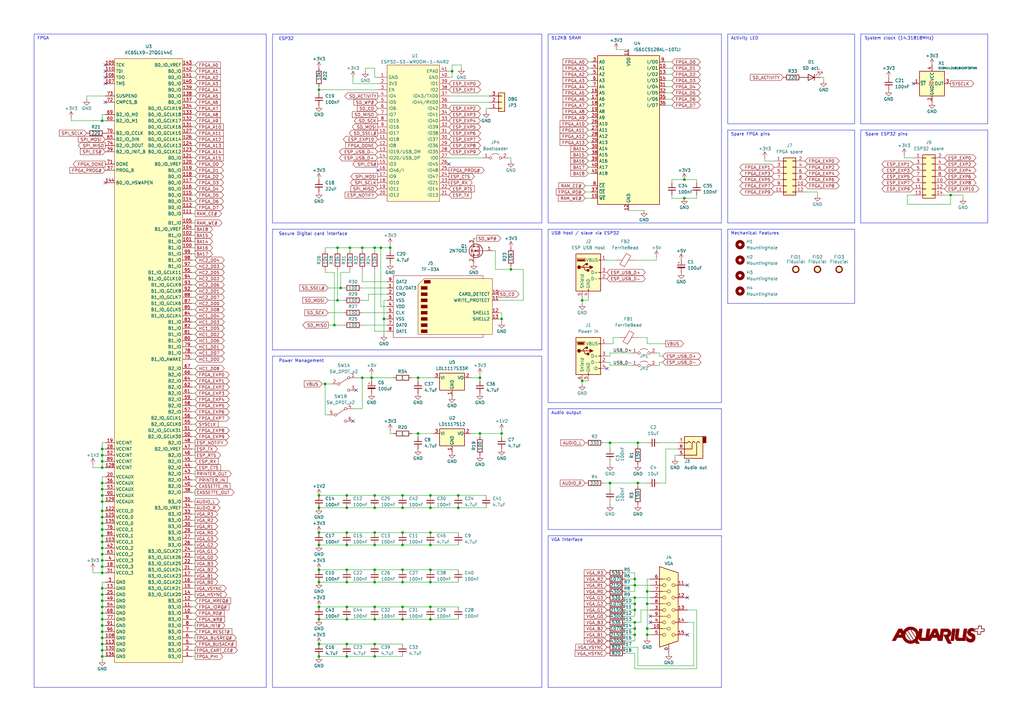
<source format=kicad_sch>
(kicad_sch (version 20231120) (generator "eeschema") (generator_version "8.0")
  (paper "A3")
  (title_block (title "Aquarius+ mini vZ80") (date "2024-08-26") (rev "1") (company "Designed by Frank van den Hoef") (comment 1 "Drawing by Sean P. Harrington"))
  (junction (at 265.43 257.81))
  (junction (at 133.35 157.48))
  (junction (at 139.7 118.11))
  (junction (at 130.81 218.44))
  (junction (at 41.91 234.95))
  (junction (at 156.21 101.6))
  (junction (at 41.91 243.84))
  (junction (at 41.91 248.92))
  (junction (at 176.53 223.52))
  (junction (at 165.1 238.76))
  (junction (at 142.24 208.28))
  (junction (at 260.35 237.49))
  (junction (at 260.35 257.81))
  (junction (at 389.89 80.01))
  (junction (at 41.91 269.24))
  (junction (at 165.1 218.44))
  (junction (at 250.19 198.12))
  (junction (at 205.74 130.81))
  (junction (at 137.16 133.35))
  (junction (at 41.91 198.12))
  (junction (at 260.35 247.65))
  (junction (at 187.96 208.28))
  (junction (at 176.53 238.76))
  (junction (at 238.76 156.21))
  (junction (at 148.59 101.6))
  (junction (at 209.55 110.49))
  (junction (at 265.43 242.57))
  (junction (at 138.43 101.6))
  (junction (at 142.24 264.16))
  (junction (at 165.1 208.28))
  (junction (at 176.53 254))
  (junction (at 41.91 222.25))
  (junction (at 185.42 29.21))
  (junction (at 153.67 248.92))
  (junction (at 41.91 200.66))
  (junction (at 165.1 203.2))
  (junction (at 280.67 73.66))
  (junction (at 41.91 205.74))
  (junction (at 153.67 233.68))
  (junction (at 160.02 101.6))
  (junction (at 41.91 227.33))
  (junction (at 260.35 245.11))
  (junction (at 153.67 264.16))
  (junction (at 143.51 101.6))
  (junction (at 260.35 250.19))
  (junction (at 41.91 266.7))
  (junction (at 176.53 208.28))
  (junction (at 41.91 251.46))
  (junction (at 196.85 177.8))
  (junction (at 153.67 101.6))
  (junction (at 130.81 269.24))
  (junction (at 176.53 203.2))
  (junction (at 130.81 238.76))
  (junction (at 165.1 248.92))
  (junction (at 165.1 254))
  (junction (at 261.62 181.61))
  (junction (at 41.91 219.71))
  (junction (at 41.91 232.41))
  (junction (at 261.62 198.12))
  (junction (at 142.24 269.24))
  (junction (at 41.91 241.3))
  (junction (at 41.91 256.54))
  (junction (at 238.76 123.19))
  (junction (at 142.24 223.52))
  (junction (at 142.24 238.76))
  (junction (at 41.91 259.08))
  (junction (at 260.35 255.27))
  (junction (at 41.91 264.16))
  (junction (at 153.67 238.76))
  (junction (at 41.91 254))
  (junction (at 130.81 36.83))
  (junction (at 171.45 154.94))
  (junction (at 176.53 248.92))
  (junction (at 41.91 217.17))
  (junction (at 142.24 233.68))
  (junction (at 157.48 130.81))
  (junction (at 148.59 154.94))
  (junction (at 41.91 246.38))
  (junction (at 41.91 261.62))
  (junction (at 41.91 212.09))
  (junction (at 142.24 203.2))
  (junction (at 205.74 177.8))
  (junction (at 41.91 209.55))
  (junction (at 176.53 218.44))
  (junction (at 130.81 264.16))
  (junction (at 142.24 248.92))
  (junction (at 153.67 208.28))
  (junction (at 153.67 269.24))
  (junction (at 142.24 218.44))
  (junction (at 153.67 223.52))
  (junction (at 41.91 224.79))
  (junction (at 138.43 123.19))
  (junction (at 260.35 240.03))
  (junction (at 41.91 214.63))
  (junction (at 41.91 184.15))
  (junction (at 153.67 218.44))
  (junction (at 152.4 154.94))
  (junction (at 41.91 186.69))
  (junction (at 41.91 229.87))
  (junction (at 153.67 254))
  (junction (at 130.81 233.68))
  (junction (at 265.43 247.65))
  (junction (at 176.53 233.68))
  (junction (at 142.24 254))
  (junction (at 41.91 191.77))
  (junction (at 187.96 203.2))
  (junction (at 130.81 223.52))
  (junction (at 41.91 203.2))
  (junction (at 130.81 254))
  (junction (at 165.1 223.52))
  (junction (at 171.45 177.8))
  (junction (at 41.91 189.23))
  (junction (at 130.81 208.28))
  (junction (at 260.35 260.35))
  (junction (at 196.85 154.94))
  (junction (at 250.19 181.61))
  (junction (at 153.67 203.2))
  (junction (at 130.81 203.2))
  (junction (at 130.81 248.92))
  (junction (at 165.1 233.68))
  (junction (at 280.67 81.28))
  (junction (at 41.91 49.53))
  (junction (at 265.43 260.35))
  (no_connect (at 374.65 34.29))
  (no_connect (at 43.18 29.21))
  (no_connect (at 43.18 41.91))
  (no_connect (at 146.05 160.02))
  (no_connect (at 144.78 172.72))
  (no_connect (at 184.15 67.31))
  (no_connect (at 248.92 151.13))
  (no_connect (at 43.18 34.29))
  (no_connect (at 43.18 74.93))
  (no_connect (at 154.94 69.85))
  (no_connect (at 43.18 31.75))
  (no_connect (at 281.94 260.35))
  (no_connect (at 281.94 240.03))
  (no_connect (at 281.94 245.11))
  (no_connect (at 266.7 252.73))
  (no_connect (at 266.7 255.27))
  (no_connect (at 43.18 26.67))
  (wire (pts (xy 260.35 242.57) (xy 256.54 242.57)))
  (wire (pts (xy 247.65 198.12) (xy 250.19 198.12)))
  (polyline (pts (xy 224.79 91.44) (xy 295.91 91.44)) (stroke (width 0) (type solid)))
  (wire (pts (xy 265.43 257.81) (xy 266.7 257.81)))
  (wire (pts (xy 153.67 248.92) (xy 165.1 248.92)))
  (wire (pts (xy 250.19 149.86) (xy 259.08 149.86)))
  (wire (pts (xy 275.59 27.94) (xy 273.05 27.94)))
  (wire (pts (xy 78.74 80.01) (xy 80.01 80.01)))
  (wire (pts (xy 184.15 64.77) (xy 198.12 64.77)))
  (wire (pts (xy 41.91 229.87) (xy 41.91 232.41)))
  (wire (pts (xy 78.74 74.93) (xy 80.01 74.93)))
  (polyline (pts (xy 353.06 91.44) (xy 405.13 91.44)) (stroke (width 0) (type solid)))
  (wire (pts (xy 256.54 260.35) (xy 260.35 260.35)))
  (wire (pts (xy 189.23 26.67) (xy 189.23 27.94)))
  (wire (pts (xy 41.91 217.17) (xy 41.91 219.71)))
  (wire (pts (xy 142.24 254) (xy 153.67 254)))
  (wire (pts (xy 143.51 101.6) (xy 143.51 102.87)))
  (wire (pts (xy 266.7 237.49) (xy 265.43 237.49)))
  (wire (pts (xy 241.3 71.12) (xy 242.57 71.12)))
  (wire (pts (xy 134.62 133.35) (xy 137.16 133.35)))
  (wire (pts (xy 387.35 80.01) (xy 389.89 80.01)))
  (wire (pts (xy 195.58 97.79) (xy 194.31 97.79)))
  (wire (pts (xy 205.74 128.27) (xy 205.74 130.81)))
  (wire (pts (xy 78.74 156.21) (xy 80.01 156.21)))
  (wire (pts (xy 265.43 140.97) (xy 273.05 140.97)))
  (wire (pts (xy 153.67 254) (xy 165.1 254)))
  (wire (pts (xy 389.89 83.82) (xy 389.89 80.01)))
  (wire (pts (xy 176.53 218.44) (xy 187.96 218.44)))
  (wire (pts (xy 41.91 238.76) (xy 43.18 238.76)))
  (wire (pts (xy 41.91 224.79) (xy 43.18 224.79)))
  (wire (pts (xy 276.86 187.96) (xy 276.86 186.69)))
  (polyline (pts (xy 222.25 93.98) (xy 222.25 143.51)) (stroke (width 0) (type solid)))
  (wire (pts (xy 280.67 81.28) (xy 285.75 81.28)))
  (polyline (pts (xy 111.76 281.94) (xy 222.25 281.94)) (stroke (width 0) (type solid)))
  (wire (pts (xy 171.45 154.94) (xy 171.45 156.21)))
  (wire (pts (xy 41.91 198.12) (xy 41.91 200.66)))
  (wire (pts (xy 140.97 118.11) (xy 139.7 118.11)))
  (polyline (pts (xy 111.76 91.44) (xy 222.25 91.44)) (stroke (width 0) (type solid)))
  (wire (pts (xy 270.51 146.05) (xy 271.78 146.05)))
  (wire (pts (xy 337.82 33.02) (xy 337.82 31.75)))
  (wire (pts (xy 78.74 49.53) (xy 80.01 49.53)))
  (wire (pts (xy 156.21 101.6) (xy 160.02 101.6)))
  (wire (pts (xy 193.04 154.94) (xy 196.85 154.94)))
  (wire (pts (xy 280.67 73.66) (xy 285.75 73.66)))
  (wire (pts (xy 238.76 123.19) (xy 238.76 124.46)))
  (polyline (pts (xy 224.79 167.64) (xy 224.79 217.17)) (stroke (width 0) (type solid)))
  (wire (pts (xy 151.13 120.65) (xy 151.13 123.19)))
  (wire (pts (xy 41.91 254) (xy 41.91 256.54)))
  (wire (pts (xy 43.18 195.58) (xy 41.91 195.58)))
  (wire (pts (xy 41.91 184.15) (xy 43.18 184.15)))
  (polyline (pts (xy 13.97 281.94) (xy 109.22 281.94)) (stroke (width 0) (type solid)))
  (wire (pts (xy 250.19 146.05) (xy 250.19 144.78)))
  (polyline (pts (xy 298.45 50.8) (xy 350.52 50.8)) (stroke (width 0) (type solid)))
  (wire (pts (xy 153.67 27.94) (xy 153.67 31.75)))
  (wire (pts (xy 241.3 40.64) (xy 242.57 40.64)))
  (wire (pts (xy 275.59 74.93) (xy 275.59 73.66)))
  (wire (pts (xy 29.21 48.26) (xy 29.21 49.53)))
  (wire (pts (xy 250.19 207.01) (xy 250.19 205.74)))
  (wire (pts (xy 78.74 101.6) (xy 80.01 101.6)))
  (wire (pts (xy 78.74 254) (xy 80.01 254)))
  (wire (pts (xy 78.74 119.38) (xy 80.01 119.38)))
  (wire (pts (xy 171.45 177.8) (xy 177.8 177.8)))
  (wire (pts (xy 275.59 35.56) (xy 273.05 35.56)))
  (wire (pts (xy 313.69 66.04) (xy 317.5 66.04)))
  (wire (pts (xy 285.75 73.66) (xy 285.75 74.93)))
  (wire (pts (xy 196.85 177.8) (xy 196.85 179.07)))
  (wire (pts (xy 41.91 229.87) (xy 43.18 229.87)))
  (wire (pts (xy 168.91 177.8) (xy 171.45 177.8)))
  (wire (pts (xy 78.74 104.14) (xy 80.01 104.14)))
  (polyline (pts (xy 350.52 53.34) (xy 350.52 91.44)) (stroke (width 0) (type solid)))
  (polyline (pts (xy 111.76 93.98) (xy 222.25 93.98)) (stroke (width 0) (type solid)))
  (wire (pts (xy 78.74 166.37) (xy 80.01 166.37)))
  (wire (pts (xy 41.91 198.12) (xy 43.18 198.12)))
  (wire (pts (xy 261.62 181.61) (xy 265.43 181.61)))
  (wire (pts (xy 281.94 250.19) (xy 285.75 250.19)))
  (wire (pts (xy 149.86 27.94) (xy 153.67 27.94)))
  (wire (pts (xy 275.59 40.64) (xy 273.05 40.64)))
  (wire (pts (xy 138.43 110.49) (xy 138.43 123.19)))
  (wire (pts (xy 241.3 33.02) (xy 242.57 33.02)))
  (wire (pts (xy 372.11 80.01) (xy 372.11 83.82)))
  (wire (pts (xy 153.67 233.68) (xy 165.1 233.68)))
  (wire (pts (xy 241.3 60.96) (xy 242.57 60.96)))
  (wire (pts (xy 260.35 255.27) (xy 260.35 257.81)))
  (wire (pts (xy 78.74 57.15) (xy 80.01 57.15)))
  (polyline (pts (xy 224.79 219.71) (xy 295.91 219.71)) (stroke (width 0) (type solid)))
  (wire (pts (xy 281.94 255.27) (xy 284.48 255.27)))
  (wire (pts (xy 250.19 181.61) (xy 261.62 181.61)))
  (wire (pts (xy 142.24 223.52) (xy 153.67 223.52)))
  (polyline (pts (xy 353.06 13.97) (xy 353.06 50.8)) (stroke (width 0) (type solid)))
  (wire (pts (xy 78.74 109.22) (xy 80.01 109.22)))
  (wire (pts (xy 133.35 111.76) (xy 133.35 110.49)))
  (wire (pts (xy 260.35 252.73) (xy 256.54 252.73)))
  (wire (pts (xy 284.48 273.05) (xy 261.62 273.05)))
  (wire (pts (xy 41.91 189.23) (xy 43.18 189.23)))
  (polyline (pts (xy 295.91 219.71) (xy 295.91 281.94)) (stroke (width 0) (type solid)))
  (wire (pts (xy 270.51 181.61) (xy 278.13 181.61)))
  (wire (pts (xy 78.74 129.54) (xy 80.01 129.54)))
  (wire (pts (xy 130.81 35.56) (xy 130.81 36.83)))
  (wire (pts (xy 130.81 233.68) (xy 142.24 233.68)))
  (polyline (pts (xy 353.06 13.97) (xy 405.13 13.97)) (stroke (width 0) (type solid)))
  (wire (pts (xy 130.81 238.76) (xy 142.24 238.76)))
  (wire (pts (xy 148.59 115.57) (xy 148.59 110.49)))
  (wire (pts (xy 248.92 106.68) (xy 252.73 106.68)))
  (wire (pts (xy 41.91 256.54) (xy 43.18 256.54)))
  (wire (pts (xy 241.3 25.4) (xy 242.57 25.4)))
  (wire (pts (xy 78.74 87.63) (xy 80.01 87.63)))
  (wire (pts (xy 130.81 248.92) (xy 142.24 248.92)))
  (wire (pts (xy 41.91 243.84) (xy 43.18 243.84)))
  (wire (pts (xy 130.81 36.83) (xy 154.94 36.83)))
  (wire (pts (xy 142.24 203.2) (xy 153.67 203.2)))
  (wire (pts (xy 241.3 38.1) (xy 242.57 38.1)))
  (wire (pts (xy 139.7 111.76) (xy 143.51 111.76)))
  (wire (pts (xy 248.92 146.05) (xy 250.19 146.05)))
  (wire (pts (xy 41.91 243.84) (xy 41.91 246.38)))
  (wire (pts (xy 184.15 29.21) (xy 185.42 29.21)))
  (wire (pts (xy 41.91 49.53) (xy 43.18 49.53)))
  (wire (pts (xy 148.59 154.94) (xy 148.59 167.64)))
  (wire (pts (xy 196.85 177.8) (xy 205.74 177.8)))
  (wire (pts (xy 176.53 238.76) (xy 187.96 238.76)))
  (wire (pts (xy 205.74 177.8) (xy 205.74 179.07)))
  (wire (pts (xy 41.91 269.24) (xy 43.18 269.24)))
  (wire (pts (xy 185.42 26.67) (xy 189.23 26.67)))
  (wire (pts (xy 130.81 223.52) (xy 142.24 223.52)))
  (wire (pts (xy 251.46 140.97) (xy 251.46 138.43)))
  (wire (pts (xy 130.81 269.24) (xy 142.24 269.24)))
  (wire (pts (xy 78.74 69.85) (xy 80.01 69.85)))
  (wire (pts (xy 41.91 266.7) (xy 43.18 266.7)))
  (wire (pts (xy 78.74 168.91) (xy 80.01 168.91)))
  (polyline (pts (xy 224.79 93.98) (xy 295.91 93.98)) (stroke (width 0) (type solid)))
  (polyline (pts (xy 295.91 167.64) (xy 295.91 217.17)) (stroke (width 0) (type solid)))
  (wire (pts (xy 41.91 232.41) (xy 41.91 234.95)))
  (wire (pts (xy 41.91 49.53) (xy 29.21 49.53)))
  (wire (pts (xy 78.74 93.98) (xy 80.01 93.98)))
  (polyline (pts (xy 13.97 13.97) (xy 13.97 281.94)) (stroke (width 0) (type solid)))
  (wire (pts (xy 158.75 115.57) (xy 148.59 115.57)))
  (wire (pts (xy 78.74 199.39) (xy 80.01 199.39)))
  (wire (pts (xy 130.81 264.16) (xy 142.24 264.16)))
  (wire (pts (xy 270.51 148.59) (xy 271.78 148.59)))
  (wire (pts (xy 275.59 30.48) (xy 273.05 30.48)))
  (polyline (pts (xy 224.79 13.97) (xy 224.79 91.44)) (stroke (width 0) (type solid)))
  (wire (pts (xy 78.74 26.67) (xy 80.01 26.67)))
  (wire (pts (xy 134.62 123.19) (xy 138.43 123.19)))
  (wire (pts (xy 78.74 158.75) (xy 80.01 158.75)))
  (wire (pts (xy 139.7 118.11) (xy 139.7 111.76)))
  (wire (pts (xy 78.74 208.28) (xy 80.01 208.28)))
  (polyline (pts (xy 298.45 93.98) (xy 350.52 93.98)) (stroke (width 0) (type solid)))
  (wire (pts (xy 248.92 140.97) (xy 251.46 140.97)))
  (wire (pts (xy 260.35 245.11) (xy 266.7 245.11)))
  (wire (pts (xy 78.74 46.99) (xy 80.01 46.99)))
  (polyline (pts (xy 353.06 53.34) (xy 405.13 53.34)) (stroke (width 0) (type solid)))
  (wire (pts (xy 152.4 154.94) (xy 161.29 154.94)))
  (wire (pts (xy 41.91 256.54) (xy 41.91 259.08)))
  (wire (pts (xy 41.91 200.66) (xy 43.18 200.66)))
  (wire (pts (xy 41.91 205.74) (xy 41.91 209.55)))
  (wire (pts (xy 187.96 203.2) (xy 199.39 203.2)))
  (wire (pts (xy 273.05 198.12) (xy 273.05 184.15)))
  (wire (pts (xy 78.74 223.52) (xy 80.01 223.52)))
  (wire (pts (xy 78.74 151.13) (xy 80.01 151.13)))
  (wire (pts (xy 165.1 208.28) (xy 176.53 208.28)))
  (wire (pts (xy 260.35 234.95) (xy 260.35 237.49)))
  (wire (pts (xy 78.74 99.06) (xy 80.01 99.06)))
  (wire (pts (xy 130.81 36.83) (xy 130.81 38.1)))
  (wire (pts (xy 275.59 43.18) (xy 273.05 43.18)))
  (wire (pts (xy 158.75 123.19) (xy 157.48 123.19)))
  (wire (pts (xy 78.74 251.46) (xy 80.01 251.46)))
  (wire (pts (xy 248.92 148.59) (xy 250.19 148.59)))
  (wire (pts (xy 160.02 101.6) (xy 160.02 102.87)))
  (wire (pts (xy 151.13 123.19) (xy 148.59 123.19)))
  (wire (pts (xy 165.1 238.76) (xy 176.53 238.76)))
  (wire (pts (xy 153.67 135.89) (xy 158.75 135.89)))
  (wire (pts (xy 43.18 217.17) (xy 41.91 217.17)))
  (wire (pts (xy 176.53 208.28) (xy 187.96 208.28)))
  (wire (pts (xy 78.74 137.16) (xy 80.01 137.16)))
  (wire (pts (xy 209.55 110.49) (xy 203.2 110.49)))
  (wire (pts (xy 285.75 274.32) (xy 260.35 274.32)))
  (wire (pts (xy 250.19 144.78) (xy 259.08 144.78)))
  (wire (pts (xy 214.63 110.49) (xy 209.55 110.49)))
  (wire (pts (xy 196.85 154.94) (xy 196.85 156.21)))
  (wire (pts (xy 41.91 251.46) (xy 43.18 251.46)))
  (wire (pts (xy 260.35 237.49) (xy 260.35 240.03)))
  (wire (pts (xy 241.3 121.92) (xy 241.3 123.19)))
  (wire (pts (xy 171.45 154.94) (xy 177.8 154.94)))
  (wire (pts (xy 275.59 33.02) (xy 273.05 33.02)))
  (wire (pts (xy 157.48 123.19) (xy 157.48 130.81)))
  (wire (pts (xy 160.02 100.33) (xy 160.02 101.6)))
  (wire (pts (xy 313.69 64.77) (xy 313.69 66.04)))
  (wire (pts (xy 148.59 101.6) (xy 153.67 101.6)))
  (wire (pts (xy 78.74 127) (xy 80.01 127)))
  (wire (pts (xy 78.74 106.68) (xy 80.01 106.68)))
  (wire (pts (xy 153.67 203.2) (xy 165.1 203.2)))
  (wire (pts (xy 78.74 41.91) (xy 80.01 41.91)))
  (wire (pts (xy 241.3 63.5) (xy 242.57 63.5)))
  (polyline (pts (xy 295.91 13.97) (xy 295.91 91.44)) (stroke (width 0) (type solid)))
  (wire (pts (xy 41.91 219.71) (xy 43.18 219.71)))
  (wire (pts (xy 41.91 248.92) (xy 41.91 251.46)))
  (wire (pts (xy 78.74 189.23) (xy 80.01 189.23)))
  (wire (pts (xy 78.74 269.24) (xy 80.01 269.24)))
  (wire (pts (xy 238.76 123.19) (xy 241.3 123.19)))
  (wire (pts (xy 138.43 101.6) (xy 138.43 102.87)))
  (wire (pts (xy 158.75 120.65) (xy 151.13 120.65)))
  (wire (pts (xy 260.35 240.03) (xy 260.35 242.57)))
  (wire (pts (xy 241.3 35.56) (xy 242.57 35.56)))
  (wire (pts (xy 132.08 157.48) (xy 133.35 157.48)))
  (polyline (pts (xy 298.45 93.98) (xy 298.45 124.46)) (stroke (width 0) (type solid)))
  (wire (pts (xy 260.35 260.35) (xy 260.35 262.89)))
  (wire (pts (xy 238.76 156.21) (xy 238.76 157.48)))
  (wire (pts (xy 78.74 62.23) (xy 80.01 62.23)))
  (wire (pts (xy 262.89 255.27) (xy 260.35 255.27)))
  (wire (pts (xy 41.91 191.77) (xy 41.91 189.23)))
  (wire (pts (xy 260.35 267.97) (xy 256.54 267.97)))
  (polyline (pts (xy 13.97 13.97) (xy 109.22 13.97)) (stroke (width 0) (type solid)))
  (wire (pts (xy 241.3 58.42) (xy 242.57 58.42)))
  (wire (pts (xy 80.01 173.99) (xy 78.74 173.99)))
  (polyline (pts (xy 222.25 13.97) (xy 222.25 91.44)) (stroke (width 0) (type solid)))
  (wire (pts (xy 43.18 214.63) (xy 41.91 214.63)))
  (wire (pts (xy 78.74 176.53) (xy 80.01 176.53)))
  (wire (pts (xy 78.74 134.62) (xy 80.01 134.62)))
  (wire (pts (xy 256.54 257.81) (xy 260.35 257.81)))
  (wire (pts (xy 142.24 208.28) (xy 153.67 208.28)))
  (polyline (pts (xy 111.76 146.05) (xy 111.76 281.94)) (stroke (width 0) (type solid)))
  (wire (pts (xy 205.74 130.81) (xy 205.74 132.08)))
  (wire (pts (xy 238.76 156.21) (xy 241.3 156.21)))
  (wire (pts (xy 41.91 186.69) (xy 41.91 184.15)))
  (wire (pts (xy 153.67 264.16) (xy 165.1 264.16)))
  (wire (pts (xy 78.74 238.76) (xy 80.01 238.76)))
  (wire (pts (xy 78.74 218.44) (xy 80.01 218.44)))
  (wire (pts (xy 285.75 81.28) (xy 285.75 80.01)))
  (wire (pts (xy 265.43 257.81) (xy 265.43 260.35)))
  (wire (pts (xy 78.74 39.37) (xy 80.01 39.37)))
  (wire (pts (xy 78.74 29.21) (xy 80.01 29.21)))
  (wire (pts (xy 78.74 161.29) (xy 80.01 161.29)))
  (wire (pts (xy 273.05 184.15) (xy 278.13 184.15)))
  (wire (pts (xy 204.47 128.27) (xy 205.74 128.27)))
  (wire (pts (xy 257.81 86.36) (xy 264.16 86.36)))
  (wire (pts (xy 269.24 144.78) (xy 270.51 144.78)))
  (wire (pts (xy 35.56 39.37) (xy 35.56 40.64)))
  (wire (pts (xy 78.74 67.31) (xy 80.01 67.31)))
  (wire (pts (xy 78.74 147.32) (xy 80.01 147.32)))
  (wire (pts (xy 78.74 246.38) (xy 80.01 246.38)))
  (polyline (pts (xy 405.13 13.97) (xy 405.13 50.8)) (stroke (width 0) (type solid)))
  (polyline (pts (xy 222.25 146.05) (xy 222.25 281.94)) (stroke (width 0) (type solid)))
  (wire (pts (xy 142.24 248.92) (xy 153.67 248.92)))
  (wire (pts (xy 78.74 64.77) (xy 80.01 64.77)))
  (wire (pts (xy 265.43 242.57) (xy 265.43 247.65)))
  (wire (pts (xy 130.81 203.2) (xy 142.24 203.2)))
  (wire (pts (xy 78.74 196.85) (xy 80.01 196.85)))
  (wire (pts (xy 199.39 44.45) (xy 199.39 45.72)))
  (wire (pts (xy 41.91 264.16) (xy 43.18 264.16)))
  (wire (pts (xy 41.91 181.61) (xy 41.91 184.15)))
  (polyline (pts (xy 298.45 13.97) (xy 350.52 13.97)) (stroke (width 0) (type solid)))
  (wire (pts (xy 256.54 247.65) (xy 260.35 247.65)))
  (wire (pts (xy 78.74 36.83) (xy 80.01 36.83)))
  (wire (pts (xy 256.54 255.27) (xy 260.35 255.27)))
  (wire (pts (xy 41.91 200.66) (xy 41.91 203.2)))
  (wire (pts (xy 41.91 222.25) (xy 41.91 224.79)))
  (wire (pts (xy 260.35 250.19) (xy 260.35 252.73)))
  (wire (pts (xy 41.91 241.3) (xy 43.18 241.3)))
  (polyline (pts (xy 224.79 165.1) (xy 295.91 165.1)) (stroke (width 0) (type solid)))
  (wire (pts (xy 78.74 248.92) (xy 80.01 248.92)))
  (wire (pts (xy 41.91 205.74) (xy 43.18 205.74)))
  (wire (pts (xy 41.91 214.63) (xy 41.91 217.17)))
  (wire (pts (xy 78.74 213.36) (xy 80.01 213.36)))
  (wire (pts (xy 238.76 121.92) (xy 238.76 123.19)))
  (wire (pts (xy 41.91 251.46) (xy 41.91 254)))
  (wire (pts (xy 78.74 261.62) (xy 80.01 261.62)))
  (wire (pts (xy 41.91 259.08) (xy 41.91 261.62)))
  (wire (pts (xy 78.74 163.83) (xy 80.01 163.83)))
  (wire (pts (xy 134.62 128.27) (xy 140.97 128.27)))
  (wire (pts (xy 270.51 149.86) (xy 270.51 148.59)))
  (wire (pts (xy 41.91 264.16) (xy 41.91 266.7)))
  (wire (pts (xy 78.74 228.6) (xy 80.01 228.6)))
  (wire (pts (xy 209.55 109.22) (xy 209.55 110.49)))
  (wire (pts (xy 176.53 223.52) (xy 187.96 223.52)))
  (polyline (pts (xy 295.91 93.98) (xy 295.91 165.1)) (stroke (width 0) (type solid)))
  (wire (pts (xy 148.59 101.6) (xy 148.59 102.87)))
  (wire (pts (xy 78.74 231.14) (xy 80.01 231.14)))
  (wire (pts (xy 38.1 233.68) (xy 38.1 234.95)))
  (wire (pts (xy 265.43 247.65) (xy 265.43 257.81)))
  (wire (pts (xy 165.1 223.52) (xy 176.53 223.52)))
  (wire (pts (xy 78.74 72.39) (xy 80.01 72.39)))
  (wire (pts (xy 43.18 191.77) (xy 41.91 191.77)))
  (wire (pts (xy 78.74 153.67) (xy 80.01 153.67)))
  (wire (pts (xy 261.62 273.05) (xy 261.62 265.43)))
  (wire (pts (xy 78.74 201.93) (xy 80.01 201.93)))
  (wire (pts (xy 142.24 269.24) (xy 153.67 269.24)))
  (wire (pts (xy 165.1 248.92) (xy 176.53 248.92)))
  (wire (pts (xy 43.18 246.38) (xy 41.91 246.38)))
  (wire (pts (xy 154.94 34.29) (xy 144.78 34.29)))
  (wire (pts (xy 389.89 80.01) (xy 394.97 80.01)))
  (wire (pts (xy 252.73 20.32) (xy 257.81 20.32)))
  (wire (pts (xy 133.35 101.6) (xy 138.43 101.6)))
  (wire (pts (xy 78.74 116.84) (xy 80.01 116.84)))
  (wire (pts (xy 78.74 44.45) (xy 80.01 44.45)))
  (wire (pts (xy 165.1 254) (xy 176.53 254)))
  (wire (pts (xy 203.2 102.87) (xy 203.2 110.49)))
  (wire (pts (xy 78.74 181.61) (xy 80.01 181.61)))
  (wire (pts (xy 78.74 226.06) (xy 80.01 226.06)))
  (wire (pts (xy 370.84 63.5) (xy 370.84 64.77)))
  (wire (pts (xy 153.67 223.52) (xy 165.1 223.52)))
  (wire (pts (xy 78.74 220.98) (xy 80.01 220.98)))
  (wire (pts (xy 374.65 80.01) (xy 372.11 80.01)))
  (wire (pts (xy 148.59 154.94) (xy 152.4 154.94)))
  (wire (pts (xy 265.43 260.35) (xy 265.43 261.62)))
  (wire (pts (xy 130.81 208.28) (xy 142.24 208.28)))
  (wire (pts (xy 241.3 50.8) (xy 242.57 50.8)))
  (polyline (pts (xy 111.76 13.97) (xy 222.25 13.97)) (stroke (width 0) (type solid)))
  (wire (pts (xy 78.74 91.44) (xy 80.01 91.44)))
  (wire (pts (xy 135.89 157.48) (xy 133.35 157.48)))
  (wire (pts (xy 153.67 238.76) (xy 165.1 238.76)))
  (wire (pts (xy 78.74 210.82) (xy 80.01 210.82)))
  (wire (pts (xy 78.74 144.78) (xy 80.01 144.78)))
  (polyline (pts (xy 298.45 13.97) (xy 298.45 50.8)) (stroke (width 0) (type solid)))
  (wire (pts (xy 260.35 274.32) (xy 260.35 267.97)))
  (wire (pts (xy 137.16 111.76) (xy 133.35 111.76)))
  (polyline (pts (xy 298.45 53.34) (xy 298.45 91.44)) (stroke (width 0) (type solid)))
  (polyline (pts (xy 298.45 91.44) (xy 350.52 91.44)) (stroke (width 0) (type solid)))
  (wire (pts (xy 78.74 96.52) (xy 80.01 96.52)))
  (wire (pts (xy 78.74 111.76) (xy 80.01 111.76)))
  (wire (pts (xy 241.3 30.48) (xy 242.57 30.48)))
  (wire (pts (xy 146.05 154.94) (xy 148.59 154.94)))
  (polyline (pts (xy 405.13 53.34) (xy 405.13 91.44)) (stroke (width 0) (type solid)))
  (wire (pts (xy 41.91 238.76) (xy 41.91 241.3)))
  (wire (pts (xy 148.59 118.11) (xy 158.75 118.11)))
  (polyline (pts (xy 111.76 146.05) (xy 222.25 146.05)) (stroke (width 0) (type solid)))
  (wire (pts (xy 41.91 261.62) (xy 41.91 264.16)))
  (wire (pts (xy 78.74 241.3) (xy 80.01 241.3)))
  (wire (pts (xy 260.35 245.11) (xy 260.35 247.65)))
  (wire (pts (xy 78.74 132.08) (xy 80.01 132.08)))
  (wire (pts (xy 153.67 31.75) (xy 154.94 31.75)))
  (wire (pts (xy 78.74 184.15) (xy 80.01 184.15)))
  (wire (pts (xy 157.48 130.81) (xy 158.75 130.81)))
  (wire (pts (xy 269.24 105.41) (xy 269.24 106.68)))
  (wire (pts (xy 142.24 233.68) (xy 153.67 233.68)))
  (wire (pts (xy 130.81 254) (xy 142.24 254)))
  (wire (pts (xy 41.91 189.23) (xy 41.91 186.69)))
  (wire (pts (xy 78.74 77.47) (xy 80.01 77.47)))
  (polyline (pts (xy 298.45 124.46) (xy 350.52 124.46)) (stroke (width 0) (type solid)))
  (wire (pts (xy 270.51 144.78) (xy 270.51 146.05)))
  (wire (pts (xy 240.03 76.2) (xy 242.57 76.2)))
  (wire (pts (xy 78.74 34.29) (xy 80.01 34.29)))
  (wire (pts (xy 130.81 218.44) (xy 142.24 218.44)))
  (wire (pts (xy 142.24 218.44) (xy 153.67 218.44)))
  (wire (pts (xy 38.1 190.5) (xy 38.1 191.77)))
  (wire (pts (xy 41.91 191.77) (xy 38.1 191.77)))
  (wire (pts (xy 193.04 177.8) (xy 196.85 177.8)))
  (polyline (pts (xy 111.76 13.97) (xy 111.76 91.44)) (stroke (width 0) (type solid)))
  (wire (pts (xy 261.62 198.12) (xy 265.43 198.12)))
  (wire (pts (xy 43.18 181.61) (xy 41.91 181.61)))
  (wire (pts (xy 153.67 101.6) (xy 156.21 101.6)))
  (polyline (pts (xy 111.76 93.98) (xy 111.76 143.51)) (stroke (width 0) (type solid)))
  (polyline (pts (xy 298.45 53.34) (xy 350.52 53.34)) (stroke (width 0) (type solid)))
  (wire (pts (xy 78.74 52.07) (xy 80.01 52.07)))
  (wire (pts (xy 160.02 176.53) (xy 160.02 177.8)))
  (wire (pts (xy 185.42 29.21) (xy 185.42 26.67)))
  (wire (pts (xy 140.97 123.19) (xy 138.43 123.19)))
  (polyline (pts (xy 224.79 217.17) (xy 295.91 217.17)) (stroke (width 0) (type solid)))
  (wire (pts (xy 41.91 232.41) (xy 43.18 232.41)))
  (wire (pts (xy 256.54 245.11) (xy 260.35 245.11)))
  (wire (pts (xy 153.67 269.24) (xy 165.1 269.24)))
  (wire (pts (xy 184.15 31.75) (xy 185.42 31.75)))
  (wire (pts (xy 196.85 153.67) (xy 196.85 154.94)))
  (wire (pts (xy 171.45 177.8) (xy 171.45 179.07)))
  (wire (pts (xy 176.53 254) (xy 187.96 254)))
  (wire (pts (xy 41.91 195.58) (xy 41.91 198.12)))
  (polyline (pts (xy 224.79 219.71) (xy 224.79 281.94)) (stroke (width 0) (type solid)))
  (wire (pts (xy 394.97 80.01) (xy 394.97 81.28)))
  (wire (pts (xy 176.53 203.2) (xy 187.96 203.2)))
  (wire (pts (xy 144.78 31.75) (xy 144.78 34.29)))
  (wire (pts (xy 41.91 227.33) (xy 41.91 229.87)))
  (wire (pts (xy 137.16 133.35) (xy 137.16 111.76)))
  (wire (pts (xy 262.89 250.19) (xy 262.89 255.27)))
  (wire (pts (xy 284.48 255.27) (xy 284.48 273.05)))
  (wire (pts (xy 78.74 215.9) (xy 80.01 215.9)))
  (wire (pts (xy 41.91 269.24) (xy 41.91 270.51)))
  (wire (pts (xy 41.91 234.95) (xy 38.1 234.95)))
  (wire (pts (xy 285.75 250.19) (xy 285.75 274.32)))
  (wire (pts (xy 41.91 222.25) (xy 43.18 222.25)))
  (wire (pts (xy 275.59 25.4) (xy 273.05 25.4)))
  (wire (pts (xy 260.35 262.89) (xy 256.54 262.89)))
  (wire (pts (xy 41.91 46.99) (xy 41.91 49.53)))
  (wire (pts (xy 134.62 118.11) (xy 139.7 118.11)))
  (wire (pts (xy 41.91 248.92) (xy 43.18 248.92)))
  (wire (pts (xy 160.02 177.8) (xy 161.29 177.8)))
  (wire (pts (xy 241.3 27.94) (xy 242.57 27.94)))
  (wire (pts (xy 158.75 125.73) (xy 156.21 125.73)))
  (wire (pts (xy 176.53 248.92) (xy 187.96 248.92)))
  (wire (pts (xy 78.74 266.7) (xy 80.01 266.7)))
  (polyline (pts (xy 224.79 13.97) (xy 295.91 13.97)) (stroke (width 0) (type solid)))
  (wire (pts (xy 78.74 124.46) (xy 80.01 124.46)))
  (wire (pts (xy 78.74 186.69) (xy 80.01 186.69)))
  (wire (pts (xy 138.43 101.6) (xy 143.51 101.6)))
  (wire (pts (xy 35.56 39.37) (xy 43.18 39.37)))
  (wire (pts (xy 153.67 110.49) (xy 153.67 135.89)))
  (wire (pts (xy 133.35 102.87) (xy 133.35 101.6)))
  (wire (pts (xy 260.35 257.81) (xy 260.35 260.35)))
  (wire (pts (xy 43.18 209.55) (xy 41.91 209.55)))
  (wire (pts (xy 250.19 190.5) (xy 250.19 189.23)))
  (wire (pts (xy 153.67 218.44) (xy 165.1 218.44)))
  (wire (pts (xy 335.28 78.74) (xy 335.28 80.01)))
  (wire (pts (xy 78.74 114.3) (xy 80.01 114.3)))
  (polyline (pts (xy 353.06 53.34) (xy 353.06 91.44)) (stroke (width 0) (type solid)))
  (wire (pts (xy 78.74 139.7) (xy 80.01 139.7)))
  (wire (pts (xy 265.43 242.57) (xy 266.7 242.57)))
  (wire (pts (xy 261.62 138.43) (xy 265.43 138.43)))
  (wire (pts (xy 78.74 121.92) (xy 80.01 121.92)))
  (wire (pts (xy 250.19 184.15) (xy 250.19 181.61)))
  (wire (pts (xy 148.59 133.35) (xy 158.75 133.35)))
  (wire (pts (xy 78.74 259.08) (xy 80.01 259.08)))
  (wire (pts (xy 41.91 254) (xy 43.18 254)))
  (polyline (pts (xy 111.76 143.51) (xy 222.25 143.51)) (stroke (width 0) (type solid)))
  (wire (pts (xy 256.54 250.19) (xy 260.35 250.19)))
  (wire (pts (xy 241.3 53.34) (xy 242.57 53.34)))
  (wire (pts (xy 41.91 219.71) (xy 41.91 222.25)))
  (wire (pts (xy 256.54 265.43) (xy 261.62 265.43)))
  (wire (pts (xy 78.74 191.77) (xy 80.01 191.77)))
  (wire (pts (xy 205.74 176.53) (xy 205.74 177.8)))
  (wire (pts (xy 201.93 102.87) (xy 203.2 102.87)))
  (wire (pts (xy 143.51 101.6) (xy 148.59 101.6)))
  (wire (pts (xy 78.74 82.55) (xy 80.01 82.55)))
  (wire (pts (xy 275.59 38.1) (xy 273.05 38.1)))
  (polyline (pts (xy 224.79 167.64) (xy 295.91 167.64)) (stroke (width 0) (type solid)))
  (wire (pts (xy 261.62 181.61) (xy 261.62 182.88)))
  (wire (pts (xy 78.74 194.31) (xy 80.01 194.31)))
  (wire (pts (xy 144.78 167.64) (xy 148.59 167.64)))
  (wire (pts (xy 41.91 186.69) (xy 43.18 186.69)))
  (wire (pts (xy 204.47 123.19) (xy 214.63 123.19)))
  (wire (pts (xy 78.74 85.09) (xy 80.01 85.09)))
  (wire (pts (xy 78.74 31.75) (xy 80.01 31.75)))
  (wire (pts (xy 148.59 128.27) (xy 158.75 128.27)))
  (wire (pts (xy 275.59 81.28) (xy 280.67 81.28)))
  (wire (pts (xy 41.91 212.09) (xy 41.91 214.63)))
  (wire (pts (xy 133.35 157.48) (xy 133.35 170.18)))
  (wire (pts (xy 78.74 236.22) (xy 80.01 236.22)))
  (wire (pts (xy 275.59 80.01) (xy 275.59 81.28)))
  (wire (pts (xy 214.63 123.19) (xy 214.63 110.49)))
  (wire (pts (xy 153.67 208.28) (xy 165.1 208.28)))
  (wire (pts (xy 142.24 264.16) (xy 153.67 264.16)))
  (wire (pts (xy 41.91 259.08) (xy 43.18 259.08)))
  (wire (pts (xy 41.91 203.2) (xy 41.91 205.74)))
  (wire (pts (xy 204.47 130.81) (xy 205.74 130.81)))
  (wire (pts (xy 372.11 83.82) (xy 389.89 83.82)))
  (wire (pts (xy 270.51 198.12) (xy 273.05 198.12)))
  (wire (pts (xy 266.7 250.19) (xy 262.89 250.19)))
  (wire (pts (xy 275.59 73.66) (xy 280.67 73.66)))
  (wire (pts (xy 41.91 227.33) (xy 43.18 227.33)))
  (wire (pts (xy 260.35 240.03) (xy 266.7 240.03)))
  (wire (pts (xy 265.43 247.65) (xy 266.7 247.65)))
  (wire (pts (xy 251.46 138.43) (xy 254 138.43)))
  (wire (pts (xy 152.4 153.67) (xy 152.4 154.94)))
  (wire (pts (xy 78.74 205.74) (xy 80.01 205.74)))
  (wire (pts (xy 260.35 106.68) (xy 269.24 106.68)))
  (wire (pts (xy 78.74 264.16) (xy 80.01 264.16)))
  (wire (pts (xy 265.43 260.35) (xy 266.7 260.35)))
  (wire (pts (xy 142.24 238.76) (xy 153.67 238.76)))
  (wire (pts (xy 78.74 59.69) (xy 80.01 59.69)))
  (wire (pts (xy 241.3 43.18) (xy 242.57 43.18)))
  (wire (pts (xy 250.19 148.59) (xy 250.19 149.86)))
  (polyline (pts (xy 224.79 93.98) (xy 224.79 165.1)) (stroke (width 0) (type solid)))
  (wire (pts (xy 165.1 203.2) (xy 176.53 203.2)))
  (wire (pts (xy 41.91 224.79) (xy 41.91 227.33)))
  (wire (pts (xy 153.67 101.6) (xy 153.67 102.87)))
  (wire (pts (xy 78.74 233.68) (xy 80.01 233.68)))
  (wire (pts (xy 168.91 154.94) (xy 171.45 154.94)))
  (wire (pts (xy 330.2 78.74) (xy 335.28 78.74)))
  (wire (pts (xy 276.86 186.69) (xy 278.13 186.69)))
  (wire (pts (xy 209.55 66.04) (xy 209.55 64.77)))
  (wire (pts (xy 241.3 66.04) (xy 242.57 66.04)))
  (wire (pts (xy 374.65 64.77) (xy 370.84 64.77)))
  (wire (pts (xy 41.91 234.95) (xy 43.18 234.95)))
  (wire (pts (xy 256.54 234.95) (xy 260.35 234.95)))
  (wire (pts (xy 265.43 237.49) (xy 265.43 242.57)))
  (wire (pts (xy 143.51 111.76) (xy 143.51 110.49)))
  (polyline (pts (xy 109.22 13.97) (xy 109.22 281.94)) (stroke (width 0) (type solid)))
  (wire (pts (xy 133.35 170.18) (xy 134.62 170.18)))
  (wire (pts (xy 336.55 31.75) (xy 337.82 31.75)))
  (wire (pts (xy 256.54 237.49) (xy 260.35 237.49)))
  (wire (pts (xy 241.3 48.26) (xy 242.57 48.26)))
  (wire (pts (xy 269.24 149.86) (xy 270.51 149.86)))
  (wire (pts (xy 256.54 240.03) (xy 260.35 240.03)))
  (wire (pts (xy 184.15 41.91) (xy 200.66 41.91)))
  (polyline (pts (xy 350.52 13.97) (xy 350.52 50.8)) (stroke (width 0) (type solid)))
  (wire (pts (xy 43.18 46.99) (xy 41.91 46.99)))
  (wire (pts (xy 156.21 101.6) (xy 156.21 125.73)))
  (wire (pts (xy 165.1 233.68) (xy 176.53 233.68)))
  (wire (pts (xy 149.86 29.21) (xy 149.86 27.94)))
  (wire (pts (xy 78.74 179.07) (xy 80.01 179.07)))
  (wire (pts (xy 78.74 243.84) (xy 80.01 243.84)))
  (wire (pts (xy 260.35 247.65) (xy 260.35 250.19)))
  (wire (pts (xy 140.97 133.35) (xy 137.16 133.35)))
  (wire (pts (xy 78.74 171.45) (xy 80.01 171.45)))
  (wire (pts (xy 78.74 54.61) (xy 80.01 54.61)))
  (wire (pts (xy 78.74 256.54) (xy 80.01 256.54)))
  (wire (pts (xy 184.15 39.37) (xy 200.66 39.37)))
  (wire (pts (xy 247.65 181.61) (xy 250.19 181.61)))
  (wire (pts (xy 41.91 203.2) (xy 43.18 203.2)))
  (wire (pts (xy 208.28 64.77) (xy 209.55 64.77)))
  (wire (pts (xy 187.96 208.28) (xy 199.39 208.28)))
  (polyline (pts (xy 350.52 93.98) (xy 350.52 124.46)) (stroke (width 0) (type solid)))
  (wire (pts (xy 265.43 138.43) (xy 265.43 140.97)))
  (wire (pts (xy 157.48 130.81) (xy 157.48 137.16)))
  (wire (pts (xy 165.1 218.44) (xy 176.53 218.44)))
  (wire (pts (xy 240.03 81.28) (xy 242.57 81.28)))
  (wire (pts (xy 41.91 266.7) (xy 41.91 269.24)))
  (wire (pts (xy 241.3 68.58) (xy 242.57 68.58)))
  (wire (pts (xy 241.3 55.88) (xy 242.57 55.88)))
  (wire (pts (xy 78.74 142.24) (xy 80.01 142.24)))
  (wire (pts (xy 199.39 44.45) (xy 200.66 44.45)))
  (wire (pts (xy 41.91 209.55) (xy 41.91 212.09)))
  (wire (pts (xy 261.62 198.12) (xy 261.62 199.39)))
  (wire (pts (xy 43.18 212.09) (xy 41.91 212.09)))
  (polyline (pts (xy 224.79 281.94) (xy 295.91 281.94)) (stroke (width 0) (type solid)))
  (wire (pts (xy 241.3 45.72) (xy 242.57 45.72)))
  (wire (pts (xy 250.19 200.66) (xy 250.19 198.12)))
  (wire (pts (xy 240.03 78.74) (xy 242.57 78.74)))
  (wire (pts (xy 41.91 261.62) (xy 43.18 261.62)))
  (wire (pts (xy 250.19 198.12) (xy 261.62 198.12)))
  (wire (pts (xy 41.91 241.3) (xy 41.91 243.84)))
  (wire (pts (xy 152.4 154.94) (xy 152.4 156.21)))
  (wire (pts (xy 185.42 31.75) (xy 185.42 29.21)))
  (wire (pts (xy 176.53 233.68) (xy 187.96 233.68)))
  (polyline (pts (xy 353.06 50.8) (xy 405.13 50.8)) (stroke (width 0) (type solid)))
  (wire (pts (xy 41.91 246.38) (xy 41.91 248.92)))
  (text "System clock (14.31818MHz)" (at 354.584 16.51 0) (effects (font (size 1.27 1.27)) (justify left bottom)))
  (text "USB host / slave via ESP32" (at 226.06 96.52 0) (effects (font (size 1.27 1.27)) (justify left bottom)))
  (text "Audio output" (at 226.06 170.18 0) (effects (font (size 1.27 1.27)) (justify left bottom)))
  (text "Activity LED" (at 299.72 16.51 0) (effects (font (size 1.27 1.27)) (justify left bottom)))
  (text "Power Management" (at 114.3 148.844 0) (effects (font (size 1.27 1.27)) (justify left bottom)))
  (text "Spare FPGA pins" (at 299.72 55.88 0) (effects (font (size 1.27 1.27)) (justify left bottom)))
  (text "ESP32" (at 114.3 16.764 0) (effects (font (size 1.27 1.27)) (justify left bottom)))
  (text "512KB SRAM" (at 226.06 16.51 0) (effects (font (size 1.27 1.27)) (justify left bottom)))
  (text "FPGA" (at 15.24 16.51 0) (effects (font (size 1.27 1.27)) (justify left bottom)))
  (text "Spare ESP32 pins" (at 354.838 55.88 0) (effects (font (size 1.27 1.27)) (justify left bottom)))
  (text "VGA interface" (at 226.06 222.25 0) (effects (font (size 1.27 1.27)) (justify left bottom)))
  (text "Mechanical Features" (at 299.72 96.52 0) (effects (font (size 1.27 1.27)) (justify left bottom)))
  (text "Secure Digital card interface" (at 114.3 96.774 0) (effects (font (size 1.27 1.27)) (justify left bottom)))
  (label "USB_D-" (at 251.46 149.86 0))
  (label "USB_D+" (at 251.46 144.78 0))
  (global_label "BA16" (shape input) (at 241.3 66.04 180) (property "Intersheetrefs" "${INTERSHEET_REFS}" (effects (hide yes))))
  (global_label "AUDIO_R" (shape input) (at 240.03 198.12 180) (property "Intersheetrefs" "${INTERSHEET_REFS}" (effects (hide yes))))
  (global_label "ESP_EXP9" (shape bidirectional) (at 184.15 62.23 0) (property "Intersheetrefs" "${INTERSHEET_REFS}" (effects (hide yes))))
  (global_label "PRINTER_IN" (shape input) (at 80.01 196.85 0) (property "Intersheetrefs" "${INTERSHEET_REFS}" (effects (hide yes))))
  (global_label "ESP_EXP5" (shape bidirectional) (at 374.65 72.39 180) (property "Intersheetrefs" "${INTERSHEET_REFS}" (effects (hide yes))))
  (global_label "SD_MOSI" (shape input) (at 134.62 123.19 180) (property "Intersheetrefs" "${INTERSHEET_REFS}" (effects (hide yes))))
  (global_label "RAM_WE#" (shape input) (at 240.03 81.28 180) (property "Intersheetrefs" "${INTERSHEET_REFS}" (effects (hide yes))))
  (global_label "FPGA_A3" (shape input) (at 241.3 33.02 180) (property "Intersheetrefs" "${INTERSHEET_REFS}" (effects (hide yes))))
  (global_label "SD_WP#" (shape output) (at 195.58 97.79 0) (property "Intersheetrefs" "${INTERSHEET_REFS}" (effects (hide yes))))
  (global_label "FPGA_D3" (shape bidirectional) (at 275.59 33.02 0) (property "Intersheetrefs" "${INTERSHEET_REFS}" (effects (hide yes))))
  (global_label "HC2_D00" (shape bidirectional) (at 80.01 124.46 0) (property "Intersheetrefs" "${INTERSHEET_REFS}" (effects (hide yes))))
  (global_label "FPGA_D0" (shape bidirectional) (at 80.01 67.31 0) (property "Intersheetrefs" "${INTERSHEET_REFS}" (effects (hide yes))))
  (global_label "FPGA_A2" (shape input) (at 80.01 31.75 0) (property "Intersheetrefs" "${INTERSHEET_REFS}" (effects (hide yes))))
  (global_label "VGA_R3" (shape input) (at 248.92 234.95 180) (property "Intersheetrefs" "${INTERSHEET_REFS}" (effects (hide yes))))
  (global_label "VGA_G0" (shape input) (at 248.92 252.73 180) (property "Intersheetrefs" "${INTERSHEET_REFS}" (effects (hide yes))))
  (global_label "ESP_EXP0" (shape bidirectional) (at 184.15 34.29 0) (property "Intersheetrefs" "${INTERSHEET_REFS}" (effects (hide yes))))
  (global_label "HC2_D06" (shape bidirectional) (at 80.01 116.84 0) (property "Intersheetrefs" "${INTERSHEET_REFS}" (effects (hide yes))))
  (global_label "SD_ACTIVITY" (shape input) (at 321.31 31.75 180) (property "Intersheetrefs" "${INTERSHEET_REFS}" (effects (hide yes))))
  (global_label "BA16" (shape output) (at 80.01 101.6 0) (property "Intersheetrefs" "${INTERSHEET_REFS}" (effects (hide yes))))
  (global_label "VGA_VSYNC" (shape input) (at 248.92 265.43 180) (property "Intersheetrefs" "${INTERSHEET_REFS}" (effects (hide yes))))
  (global_label "FPGA_RESET#" (shape input) (at 80.01 259.08 0) (property "Intersheetrefs" "${INTERSHEET_REFS}" (effects (hide yes))))
  (global_label "HC2_D04" (shape bidirectional) (at 80.01 106.68 0) (property "Intersheetrefs" "${INTERSHEET_REFS}" (effects (hide yes))))
  (global_label "BA18" (shape output) (at 80.01 93.98 0) (property "Intersheetrefs" "${INTERSHEET_REFS}" (effects (hide yes))))
  (global_label "AUDIO_L" (shape input) (at 240.03 181.61 180) (property "Intersheetrefs" "${INTERSHEET_REFS}" (effects (hide yes))))
  (global_label "CASSETTE_OUT" (shape output) (at 80.01 201.93 0) (property "Intersheetrefs" "${INTERSHEET_REFS}" (effects (hide yes))))
  (global_label "FPGA_D5" (shape bidirectional) (at 80.01 80.01 0) (property "Intersheetrefs" "${INTERSHEET_REFS}" (effects (hide yes))))
  (global_label "BA18" (shape input) (at 241.3 71.12 180) (property "Intersheetrefs" "${INTERSHEET_REFS}" (effects (hide yes))))
  (global_label "HC1_D02" (shape bidirectional) (at 80.01 137.16 0) (property "Intersheetrefs" "${INTERSHEET_REFS}" (effects (hide yes))))
  (global_label "VGA_R1" (shape output) (at 80.01 215.9 0) (property "Intersheetrefs" "${INTERSHEET_REFS}" (effects (hide yes))))
  (global_label "VGA_VSYNC" (shape output) (at 80.01 241.3 0) (property "Intersheetrefs" "${INTERSHEET_REFS}" (effects (hide yes))))
  (global_label "ESP_CTS" (shape output) (at 184.15 72.39 0) (property "Intersheetrefs" "${INTERSHEET_REFS}" (effects (hide yes))))
  (global_label "FPGA_A1" (shape input) (at 241.3 27.94 180) (property "Intersheetrefs" "${INTERSHEET_REFS}" (effects (hide yes))))
  (global_label "VGA_B1" (shape output) (at 80.01 236.22 0) (property "Intersheetrefs" "${INTERSHEET_REFS}" (effects (hide yes))))
  (global_label "ESP_EXP7" (shape bidirectional) (at 374.65 74.93 180) (property "Intersheetrefs" "${INTERSHEET_REFS}" (effects (hide yes))))
  (global_label "FPGA_A1" (shape input) (at 80.01 29.21 0) (property "Intersheetrefs" "${INTERSHEET_REFS}" (effects (hide yes))))
  (global_label "VGA_R3" (shape output) (at 80.01 210.82 0) (property "Intersheetrefs" "${INTERSHEET_REFS}" (effects (hide yes))))
  (global_label "ESP_EXP8" (shape bidirectional) (at 184.15 59.69 0) (property "Intersheetrefs" "${INTERSHEET_REFS}" (effects (hide yes))))
  (global_label "ESP_EXP8" (shape bidirectional) (at 387.35 74.93 0) (property "Intersheetrefs" "${INTERSHEET_REFS}" (effects (hide yes))))
  (global_label "VGA_G0" (shape output) (at 80.01 228.6 0) (property "Intersheetrefs" "${INTERSHEET_REFS}" (effects (hide yes))))
  (global_label "FPGA_PHI" (shape output) (at 80.01 269.24 0) (property "Intersheetrefs" "${INTERSHEET_REFS}" (effects (hide yes))))
  (global_label "HC1_D05" (shape bidirectional) (at 80.01 134.62 0) (property "Intersheetrefs" "${INTERSHEET_REFS}" (effects (hide yes))))
  (global_label "VBUS" (shape output) (at 273.05 140.97 0) (property "Intersheetrefs" "${INTERSHEET_REFS}" (effects (hide yes))))
  (global_label "FPGA_EXP5" (shape bidirectional) (at 317.5 73.66 180) (property "Intersheetrefs" "${INTERSHEET_REFS}" (effects (hide yes))))
  (global_label "AUDIO_R" (shape output) (at 80.01 208.28 0) (property "Intersheetrefs" "${INTERSHEET_REFS}" (effects (hide yes))))
  (global_label "VGA_G1" (shape input) (at 248.92 250.19 180) (property "Intersheetrefs" "${INTERSHEET_REFS}" (effects (hide yes))))
  (global_label "VGA_B3" (shape output) (at 80.01 231.14 0) (property "Intersheetrefs" "${INTERSHEET_REFS}" (effects (hide yes))))
  (global_label "VGA_R2" (shape output) (at 80.01 213.36 0) (property "Intersheetrefs" "${INTERSHEET_REFS}" (effects (hide yes))))
  (global_label "FPGA_D7" (shape bidirectional) (at 275.59 43.18 0) (property "Intersheetrefs" "${INTERSHEET_REFS}" (effects (hide yes))))
  (global_label "ESP_RX" (shape output) (at 184.15 74.93 0) (property "Intersheetrefs" "${INTERSHEET_REFS}" (effects (hide yes))))
  (global_label "FPGA_D2" (shape bidirectional) (at 275.59 30.48 0) (property "Intersheetrefs" "${INTERSHEET_REFS}" (effects (hide yes))))
  (global_label "FPGA_EXP5" (shape bidirectional) (at 80.01 166.37 0) (property "Intersheetrefs" "${INTERSHEET_REFS}" (effects (hide yes))))
  (global_label "VGA_R1" (shape input) (at 248.92 240.03 180) (property "Intersheetrefs" "${INTERSHEET_REFS}" (effects (hide yes))))
  (global_label "SPI_MOSI" (shape output) (at 154.94 72.39 180) (property "Intersheetrefs" "${INTERSHEET_REFS}" (effects (hide yes))))
  (global_label "FPGA_A10" (shape input) (at 80.01 52.07 0) (property "Intersheetrefs" "${INTERSHEET_REFS}" (effects (hide yes))))
  (global_label "HC1_D07" (shape bidirectional) (at 80.01 144.78 0) (property "Intersheetrefs" "${INTERSHEET_REFS}" (effects (hide yes))))
  (global_label "FPGA_A15" (shape input) (at 80.01 64.77 0) (property "Intersheetrefs" "${INTERSHEET_REFS}" (effects (hide yes))))
  (global_label "VGA_R0" (shape input) (at 248.92 242.57 180) (property "Intersheetrefs" "${INTERSHEET_REFS}" (effects (hide yes))))
  (global_label "FPGA_BUSACK#" (shape input) (at 80.01 264.16 0) (property "Intersheetrefs" "${INTERSHEET_REFS}" (effects (hide yes))))
  (global_label "VGA_B0" (shape input) (at 248.92 262.89 180) (property "Intersheetrefs" "${INTERSHEET_REFS}" (effects (hide yes))))
  (global_label "ESP_NOTIFY" (shape output) (at 80.01 181.61 0) (property "Intersheetrefs" "${INTERSHEET_REFS}" (effects (hide yes))))
  (global_label "HC2_D02" (shape bidirectional) (at 80.01 114.3 0) (property "Intersheetrefs" "${INTERSHEET_REFS}" (effects (hide yes))))
  (global_label "FPGA_EXP9" (shape bidirectional) (at 80.01 179.07 0) (property "Intersheetrefs" "${INTERSHEET_REFS}" (effects (hide yes))))
  (global_label "CASSETTE_IN" (shape input) (at 80.01 199.39 0) (property "Intersheetrefs" "${INTERSHEET_REFS}" (effects (hide yes))))
  (global_label "ESP_CTS" (shape input) (at 80.01 191.77 0) (property "Intersheetrefs" "${INTERSHEET_REFS}" (effects (hide yes))))
  (global_label "HC1_D00" (shape bidirectional) (at 80.01 147.32 0) (property "Intersheetrefs" "${INTERSHEET_REFS}" (effects (hide yes))))
  (global_label "FPGA_A13" (shape input) (at 241.3 58.42 180) (property "Intersheetrefs" "${INTERSHEET_REFS}" (effects (hide yes))))
  (global_label "FPGA_D1" (shape bidirectional) (at 80.01 69.85 0) (property "Intersheetrefs" "${INTERSHEET_REFS}" (effects (hide yes))))
  (global_label "ESP_EXP3" (shape bidirectional) (at 374.65 69.85 180) (property "Intersheetrefs" "${INTERSHEET_REFS}" (effects (hide yes))))
  (global_label "SD_SCK" (shape output) (at 154.94 49.53 180) (property "Intersheetrefs" "${INTERSHEET_REFS}" (effects (hide yes))))
  (global_label "FPGA_EXP3" (shape bidirectional) (at 317.5 71.12 180) (property "Intersheetrefs" "${INTERSHEET_REFS}" (effects (hide yes))))
  (global_label "FPGA_EXP2" (shape bidirectional) (at 330.2 68.58 0) (property "Intersheetrefs" "${INTERSHEET_REFS}" (effects (hide yes))))
  (global_label "VGA_B2" (shape output) (at 80.01 233.68 0) (property "Intersheetrefs" "${INTERSHEET_REFS}" (effects (hide yes))))
  (global_label "FPGA_D4" (shape bidirectional) (at 80.01 77.47 0) (property "Intersheetrefs" "${INTERSHEET_REFS}" (effects (hide yes))))
  (global_label "ESP_USB_D-" (shape bidirectional) (at 271.78 148.59 0) (property "Intersheetrefs" "${INTERSHEET_REFS}" (effects (hide yes))))
  (global_label "FPGA_D5" (shape bidirectional) (at 275.59 38.1 0) (property "Intersheetrefs" "${INTERSHEET_REFS}" (effects (hide yes))))
  (global_label "ESP_EXP1" (shape bidirectional) (at 374.65 67.31 180) (property "Intersheetrefs" "${INTERSHEET_REFS}" (effects (hide yes))))
  (global_label "FPGA_PROG#" (shape output) (at 184.15 69.85 0) (property "Intersheetrefs" "${INTERSHEET_REFS}" (effects (hide yes))))
  (global_label "AUDIO_L" (shape output) (at 80.01 205.74 0) (property "Intersheetrefs" "${INTERSHEET_REFS}" (effects (hide yes))))
  (global_label "BA15" (shape output) (at 80.01 96.52 0) (property "Intersheetrefs" "${INTERSHEET_REFS}" (effects (hide yes))))
  (global_label "FPGA_INT#" (shape output) (at 80.01 256.54 0) (property "Intersheetrefs" "${INTERSHEET_REFS}" (effects (hide yes))))
  (global_label "ESP_EXP10" (shape bidirectional) (at 154.94 57.15 180) (property "Intersheetrefs" "${INTERSHEET_REFS}" (effects (hide yes))))
  (global_label "BA14" (shape output) (at 80.01 99.06 0) (property "Intersheetrefs" "${INTERSHEET_REFS}" (effects (hide yes))))
  (global_label "VGA_B2" (shape input) (at 248.92 257.81 180) (property "Intersheetrefs" "${INTERSHEET_REFS}" (effects (hide yes))))
  (global_label "FPGA_A4" (shape input) (at 80.01 36.83 0) (property "Intersheetrefs" "${INTERSHEET_REFS}" (effects (hide yes))))
  (global_label "HC1_D04" (shape bidirectional) (at 80.01 129.54 0) (property "Intersheetrefs" "${INTERSHEET_REFS}" (effects (hide yes))))
  (global_label "SPI_MOSI" (shape input) (at 43.18 57.15 180) (property "Intersheetrefs" "${INTERSHEET_REFS}" (effects (hide yes))))
  (global_label "FPGA_EXP1" (shape bidirectional) (at 80.01 156.21 0) (property "Intersheetrefs" "${INTERSHEET_REFS}" (effects (hide yes))))
  (global_label "FPGA_D4" (shape bidirectional) (at 275.59 35.56 0) (property "Intersheetrefs" "${INTERSHEET_REFS}" (effects (hide yes))))
  (global_label "FPGA_A11" (shape input) (at 241.3 53.34 180) (property "Intersheetrefs" "${INTERSHEET_REFS}" (effects (hide yes))))
  (global_label "FPGA_EXP2" (shape bidirectional) (at 80.01 158.75 0) (property "Intersheetrefs" "${INTERSHEET_REFS}" (effects (hide yes))))
  (global_label "ESP_USB_D+" (shape bidirectional) (at 271.78 146.05 0) (property "Intersheetrefs" "${INTERSHEET_REFS}" (effects (hide yes))))
  (global_label "SD_WP#" (shape input) (at 154.94 41.91 180) (property "Intersheetrefs" "${INTERSHEET_REFS}" (effects (hide yes))))
  (global_label "HC2_D07" (shape bidirectional) (at 80.01 121.92 0) (property "Intersheetrefs" "${INTERSHEET_REFS}" (effects (hide yes))))
  (global_label "SPI_SCLK" (shape output) (at 154.94 74.93 180) (property "Intersheetrefs" "${INTERSHEET_REFS}" (effects (hide yes))))
  (global_label "ESP_USB_D+" (shape bidirectional) (at 154.94 64.77 180) (property "Intersheetrefs" "${INTERSHEET_REFS}" (effects (hide yes))))
  (global_label "ESP_EXP6" (shape bidirectional) (at 387.35 72.39 0) (property "Intersheetrefs" "${INTERSHEET_REFS}" (effects (hide yes))))
  (global_label "FPGA_A9" (shape input) (at 241.3 48.26 180) (property "Intersheetrefs" "${INTERSHEET_REFS}" (effects (hide yes))))
  (global_label "RAM_CE#" (shape input) (at 240.03 76.2 180) (property "Intersheetrefs" "${INTERSHEET_REFS}" (effects (hide yes))))
  (global_label "VGA_G3" (shape input) (at 248.92 245.11 180) (property "Intersheetrefs" "${INTERSHEET_REFS}" (effects (hide yes))))
  (global_label "FPGA_EXP1" (shape bidirectional) (at 317.5 68.58 180) (property "Intersheetrefs" "${INTERSHEET_REFS}" (effects (hide yes))))
  (global_label "FPGA_A12" (shape input) (at 241.3 55.88 180) (property "Intersheetrefs" "${INTERSHEET_REFS}" (effects (hide yes))))
  (global_label "ESP_USB_D-" (shape bidirectional) (at 248.92 114.3 0) (property "Intersheetrefs" "${INTERSHEET_REFS}" (effects (hide yes))))
  (global_label "FPGA_A11" (shape input) (at 80.01 54.61 0) (property "Intersheetrefs" "${INTERSHEET_REFS}" (effects (hide yes))))
  (global_label "SPI_CS#" (shape input) (at 43.18 62.23 180) (property "Intersheetrefs" "${INTERSHEET_REFS}" (effects (hide yes))))
  (global_label "FPGA_MREQ#" (shape input) (at 80.01 246.38 0) (property "Intersheetrefs" "${INTERSHEET_REFS}" (effects (hide yes))))
  (global_label "FPGA_EXP7" (shape bidirectional) (at 80.01 171.45 0) (property "Intersheetrefs" "${INTERSHEET_REFS}" (effects (hide yes))))
  (global_label "FPGA_WR#" (shape input) (at 80.01 254 0) (property "Intersheetrefs" "${INTERSHEET_REFS}" (effects (hide yes))))
  (global_label "FPGA_A13" (shape input) (at 80.01 59.69 0) (property "Intersheetrefs" "${INTERSHEET_REFS}" (effects (hide yes))))
  (global_label "FPGA_PROG#" (shape input) (at 43.18 69.85 180) (property "Intersheetrefs" "${INTERSHEET_REFS}" (effects (hide yes))))
  (global_label "FPGA_CART_CE#" (shape output) (at 80.01 266.7 0) (property "Intersheetrefs" "${INTERSHEET_REFS}" (effects (hide yes))))
  (global_label "ESP_EXP0" (shape bidirectional) (at 387.35 64.77 0) (property "Intersheetrefs" "${INTERSHEET_REFS}" (effects (hide yes))))
  (global_label "FPGA_D6" (shape bidirectional) (at 275.59 40.64 0) (property "Intersheetrefs" "${INTERSHEET_REFS}" (effects (hide yes))))
  (global_label "FPGA_BUSREQ#" (shape output) (at 80.01 261.62 0) (property "Intersheetrefs" "${INTERSHEET_REFS}" (effects (hide yes))))
  (global_label "FPGA_A5" (shape input) (at 241.3 38.1 180) (property "Intersheetrefs" "${INTERSHEET_REFS}" (effects (hide yes))))
  (global_label "FPGA_D7" (shape bidirectional) (at 80.01 85.09 0) (property "Intersheetrefs" "${INTERSHEET_REFS}" (effects (hide yes))))
  (global_label "FPGA_EXP8" (shape bidirectional) (at 330.2 76.2 0) (property "Intersheetrefs" "${INTERSHEET_REFS}" (effects (hide yes))))
  (global_label "ESP_RTS" (shape input) (at 184.15 77.47 0) (property "Intersheetrefs" "${INTERSHEET_REFS}" (effects (hide yes))))
  (global_label "FPGA_EXP0" (shape bidirectional) (at 80.01 153.67 0) (property "Intersheetrefs" "${INTERSHEET_REFS}" (effects (hide yes))))
  (global_label "VGA_HSYNC" (shape input) (at 248.92 267.97 180) (property "Intersheetrefs" "${INTERSHEET_REFS}" (effects (hide yes))))
  (global_label "FPGA_EXP4" (shape bidirectional) (at 80.01 163.83 0) (property "Intersheetrefs" "${INTERSHEET_REFS}" (effects (hide yes))))
  (global_label "SD_MISO" (shape output) (at 134.62 133.35 180) (property "Intersheetrefs" "${INTERSHEET_REFS}" (effects (hide yes))))
  (global_label "SD_ACTIVITY" (shape output) (at 154.94 39.37 180) (property "Intersheetrefs" "${INTERSHEET_REFS}" (effects (hide yes))))
  (global_label "FPGA_A0" (shape input) (at 241.3 25.4 180) (property "Intersheetrefs" "${INTERSHEET_REFS}" (effects (hide yes))))
  (global_label "PRINTER_OUT" (shape output) (at 80.01 194.31 0) (property "Intersheetrefs" "${INTERSHEET_REFS}" (effects (hide yes))))
  (global_label "FPGA_A6" (shape input) (at 80.01 41.91 0) (property "Intersheetrefs" "${INTERSHEET_REFS}" (effects (hide yes))))
  (global_label "BA14" (shape input) (at 241.3 60.96 180) (property "Intersheetrefs" "${INTERSHEET_REFS}" (effects (hide yes))))
  (global_label "ESP_EXP2" (shape bidirectional) (at 184.15 44.45 0) (property "Intersheetrefs" "${INTERSHEET_REFS}" (effects (hide yes))))
  (global_label "ESP_EXP3" (shape bidirectional) (at 184.15 46.99 0) (property "Intersheetrefs" "${INTERSHEET_REFS}" (effects (hide yes))))
  (global_label "ESP_EXP4" (shape bidirectional) (at 184.15 49.53 0) (property "Intersheetrefs" "${INTERSHEET_REFS}" (effects (hide yes))))
  (global_label "VGA_R2" (shape input) (at 248.92 237.49 180) (property "Intersheetrefs" "${INTERSHEET_REFS}" (effects (hide yes))))
  (global_label "VGA_HSYNC" (shape output) (at 80.01 243.84 0) (property "Intersheetrefs" "${INTERSHEET_REFS}" (effects (hide yes))))
  (global_label "FPGA_DONE" (shape output) (at 43.18 67.31 180) (property "Intersheetrefs" "${INTERSHEET_REFS}" (effects (hide yes))))
  (global_label "SPI_SCLK" (shape input) (at 35.56 54.61 180) (property "Intersheetrefs" "${INTERSHEET_REFS}" (effects (hide yes))))
  (global_label "FPGA_EXP4" (shape bidirectional) (at 330.2 71.12 0) (property "Intersheetrefs" "${INTERSHEET_REFS}" (effects (hide yes))))
  (global_label "FPGA_D0" (shape bidirectional) (at 275.59 25.4 0) (property "Intersheetrefs" "${INTERSHEET_REFS}" (effects (hide yes))))
  (global_label "ESP_EXP10" (shape bidirectional) (at 387.35 77.47 0) (property "Intersheetrefs" "${INTERSHEET_REFS}" (effects (hide yes))))
  (global_label "VGA_B1" (shape input) (at 248.92 260.35 180) (property "Intersheetrefs" "${INTERSHEET_REFS}" (effects (hide yes))))
  (global_label "FPGA_A8" (shape input) (at 80.01 46.99 0) (property "Intersheetrefs" "${INTERSHEET_REFS}" (effects (hide yes))))
  (global_label "SD_SSEL#" (shape output) (at 154.94 54.61 180) (property "Intersheetrefs" "${INTERSHEET_REFS}" (effects (hide yes))))
  (global_label "ESP_TX" (shape output) (at 80.01 184.15 0) (property "Intersheetrefs" "${INTERSHEET_REFS}" (effects (hide yes))))
  (global_label "FPGA_D1" (shape bidirectional) (at 275.59 27.94 0) (property "Intersheetrefs" "${INTERSHEET_REFS}" (effects (hide yes))))
  (global_label "FPGA_EXP8" (shape bidirectional) (at 80.01 176.53 0) (property "Intersheetrefs" "${INTERSHEET_REFS}" (effects (hide yes))))
  (global_label "ESP_RX" (shape input) (at 80.01 189.23 0) (property "Intersheetrefs" "${INTERSHEET_REFS}" (effects (hide yes))))
  (global_label "ESP_EXP5" (shape bidirectional) (at 184.15 52.07 0) (property "Intersheetrefs" "${INTERSHEET_REFS}" (effects (hide yes))))
  (global_label "RAM_WE#" (shape output) (at 80.01 91.44 0) (property "Intersheetrefs" "${INTERSHEET_REFS}" (effects (hide yes))))
  (global_label "HC2_D03" (shape bidirectional) (at 80.01 109.22 0) (property "Intersheetrefs" "${INTERSHEET_REFS}" (effects (hide yes))))
  (global_label "FPGA_A3" (shape input) (at 80.01 34.29 0) (property "Intersheetrefs" "${INTERSHEET_REFS}" (effects (hide yes))))
  (global_label "FPGA_A12" (shape input) (at 80.01 57.15 0) (property "Intersheetrefs" "${INTERSHEET_REFS}" (effects (hide yes))))
  (global_label "ESP_EXP7" (shape bidirectional) (at 184.15 57.15 0) (property "Intersheetrefs" "${INTERSHEET_REFS}" (effects (hide yes))))
  (global_label "FPGA_A5" (shape input) (at 80.01 39.37 0) (property "Intersheetrefs" "${INTERSHEET_REFS}" (effects (hide yes))))
  (global_label "FPGA_A9" (shape input) (at 80.01 49.53 0) (property "Intersheetrefs" "${INTERSHEET_REFS}" (effects (hide yes))))
  (global_label "HC1_D01" (shape bidirectional) (at 80.01 142.24 0) (property "Intersheetrefs" "${INTERSHEET_REFS}" (effects (hide yes))))
  (global_label "FPGA_EXP0" (shape bidirectional) (at 330.2 66.04 0) (property "Intersheetrefs" "${INTERSHEET_REFS}" (effects (hide yes))))
  (global_label "VBUS" (shape input) (at 132.08 157.48 180) (property "Intersheetrefs" "${INTERSHEET_REFS}" (effects (hide yes))))
  (global_label "FPGA_A2" (shape input) (at 241.3 30.48 180) (property "Intersheetrefs" "${INTERSHEET_REFS}" (effects (hide yes))))
  (global_label "VGA_G2" (shape input) (at 248.92 247.65 180) (property "Intersheetrefs" "${INTERSHEET_REFS}" (effects (hide yes))))
  (global_label "FPGA_EXP6" (shape bidirectional) (at 80.01 168.91 0) (property "Intersheetrefs" "${INTERSHEET_REFS}" (effects (hide yes))))
  (global_label "HC2_D05" (shape bidirectional) (at 80.01 111.76 0) (property "Intersheetrefs" "${INTERSHEET_REFS}" (effects (hide yes))))
  (global_label "VGA_G2" (shape output) (at 80.01 223.52 0) (property "Intersheetrefs" "${INTERSHEET_REFS}" (effects (hide yes))))
  (global_label "SD_SSEL#" (shape input) (at 134.62 118.11 180) (property "Intersheetrefs" "${INTERSHEET_REFS}" (effects (hide yes))))
  (global_label "SD_CD" (shape output) (at 204.47 120.65 0) (property "Intersheetrefs" "${INTERSHEET_REFS}" (effects (hide yes))))
  (global_label "FPGA_DONE" (shape input) (at 154.94 59.69 180) (property "Intersheetrefs" "${INTERSHEET_REFS}" (effects (hide yes))))
  (global_label "HC1_D03" (shape bidirectional) (at 80.01 132.08 0) (property "Intersheetrefs" "${INTERSHEET_REFS}" (effects (hide yes))))
  (global_label "HC1_D08" (shape bidirectional) (at 80.01 151.13 0) (property "Intersheetrefs" "${INTERSHEET_REFS}" (effects (hide yes))))
  (global_label "RAM_CE#" (shape output) (at 80.01 87.63 0) (property "Intersheetrefs" "${INTERSHEET_REFS}" (effects (hide yes))))
  (global_label "FPGA_RD#" (shape input) (at 240.03 78.74 180) (property "Intersheetrefs" "${INTERSHEET_REFS}" (effects (hide yes))))
  (global_label "BA17" (shape input) (at 241.3 68.58 180) (property "Intersheetrefs" "${INTERSHEET_REFS}" (effects (hide yes))))
  (global_label "BA17" (shape output) (at 80.01 104.14 0) (property "Intersheetrefs" "${INTERSHEET_REFS}" (effects (hide yes))))
  (global_label "FPGA_D6" (shape bidirectional) (at 80.01 82.55 0) (property "Intersheetrefs" "${INTERSHEET_REFS}" (effects (hide yes))))
  (global_label "SPI_CS#" (shape output) (at 154.94 67.31 180) (property "Intersheetrefs" "${INTERSHEET_REFS}" (effects (hide yes))))
  (global_label "FPGA_EXP9" (shape bidirectional) (at 317.5 78.74 180) (property "Intersheetrefs" "${INTERSHEET_REFS}" (effects (hide yes))))
  (global_label "VGA_R0" (shape output) (at 80.01 218.44 0) (property "Intersheetrefs" "${INTERSHEET_REFS}" (effects (hide yes))))
  (global_label "SPI_MISO" (shape output) (at 43.18 59.69 180) (property "Intersheetrefs" "${INTERSHEET_REFS}" (effects (hide yes))))
  (global_label "FPGA_A14" (shape input) (at 80.01 62.23 0) (property "Intersheetrefs" "${INTERSHEET_REFS}" (effects (hide yes))))
  (global_label "SYSCLK" (shape output) (at 389.89 34.29 0) (property "Intersheetrefs" "${INTERSHEET_REFS}" (effects (hide yes))))
  (global_label "SD_SCK" (shape input) (at 134.62 128.27 180) (property "Intersheetrefs" "${INTERSHEET_REFS}" (effects (hide yes))))
  (global_label "FPGA_D2" (shape bidirectional) (at 80.01 72.39 0) (property "Intersheetrefs" "${INTERSHEET_REFS}" (effects (hide yes))))
  (global_label "ESP_EXP2" (shape bidirectional) (at 387.35 67.31 0) (property "Intersheetrefs" "${INTERSHEET_REFS}" (effects (hide yes))))
  (global_label "FPGA_RD#" (shape input) (at 80.01 251.46 0) (property "Intersheetrefs" "${INTERSHEET_REFS}" (effects (hide yes))))
  (global_label "FPGA_D3" (shape bidirectional) (at 80.01 74.93 0) (property "Intersheetrefs" "${INTERSHEET_REFS}" (effects (hide yes))))
  (global_label "HC2_D01" (shape bidirectional) (at 80.01 119.38 0) (property "Intersheetrefs" "${INTERSHEET_REFS}" (effects (hide yes))))
  (global_label "FPGA_A7" (shape input) (at 241.3 43.18 180) (property "Intersheetrefs" "${INTERSHEET_REFS}" (effects (hide yes))))
  (global_label "FPGA_A6" (shape input) (at 241.3 40.64 180) (property "Intersheetrefs" "${INTERSHEET_REFS}" (effects (hide yes))))
  (global_label "VGA_B3" (shape input) (at 248.92 255.27 180) (property "Intersheetrefs" "${INTERSHEET_REFS}" (effects (hide yes))))
  (global_label "SD_CD" (shape input) (at 154.94 44.45 180) (property "Intersheetrefs" "${INTERSHEET_REFS}" (effects (hide yes))))
  (global_label "HC2_D08" (shape bidirectional) (at 80.01 127 0) (property "Intersheetrefs" "${INTERSHEET_REFS}" (effects (hide yes))))
  (global_label "FPGA_A8" (shape input) (at 241.3 45.72 180) (property "Intersheetrefs" "${INTERSHEET_REFS}" (effects (hide yes))))
  (global_label "VGA_B0" (shape output) (at 80.01 238.76 0) (property "Intersheetrefs" "${INTERSHEET_REFS}" (effects (hide yes))))
  (global_label "ESP_NOTIFY" (shape input) (at 154.94 80.01 180) (property "Intersheetrefs" "${INTERSHEET_REFS}" (effects (hide yes))))
  (global_label "ESP_RTS" (shape output) (at 80.01 186.69 0) (property "Intersheetrefs" "${INTERSHEET_REFS}" (effects (hide yes))))
  (global_label "ESP_EXP9" (shape bidirectional) (at 374.65 77.47 180) (property "Intersheetrefs" "${INTERSHEET_REFS}" (effects (hide yes))))
  (global_label "SD_MOSI" (shape output) (at 154.94 52.07 180) (property "Intersheetrefs" "${INTERSHEET_REFS}" (effects (hide yes))))
  (global_label "ESP_EXP4" (shape bidirectional) (at 387.35 69.85 0) (property "Intersheetrefs" "${INTERSHEET_REFS}" (effects (hide yes))))
  (global_label "HC1_D06" (shape bidirectional) (at 80.01 139.7 0) (property "Intersheetrefs" "${INTERSHEET_REFS}" (effects (hide yes))))
  (global_label "FPGA_A10" (shape input) (at 241.3 50.8 180) (property "Intersheetrefs" "${INTERSHEET_REFS}" (effects (hide yes))))
  (global_label "ESP_EXP6" (shape bidirectional) (at 184.15 54.61 0) (property "Intersheetrefs" "${INTERSHEET_REFS}" (effects (hide yes))))
  (global_label "FPGA_A4" (shape input) (at 241.3 35.56 180) (property "Intersheetrefs" "${INTERSHEET_REFS}" (effects (hide yes))))
  (global_label "ESP_USB_D-" (shape bidirectional) (at 154.94 62.23 180) (property "Intersheetrefs" "${INTERSHEET_REFS}" (effects (hide yes))))
  (global_label "SD_MISO" (shape input) (at 154.94 46.99 180) (property "Intersheetrefs" "${INTERSHEET_REFS}" (effects (hide yes))))
  (global_label "FPGA_EXP7" (shape bidirectional) (at 317.5 76.2 180) (property "Intersheetrefs" "${INTERSHEET_REFS}" (effects (hide yes))))
  (global_label "FPGA_IORQ#" (shape input) (at 80.01 248.92 0) (property "Intersheetrefs" "${INTERSHEET_REFS}" (effects (hide yes))))
  (global_label "SYSCLK" (shape input) (at 80.01 173.99 0) (property "Intersheetrefs" "${INTERSHEET_REFS}" (effects (hide yes))))
  (global_label "FPGA_EXP6" (shape bidirectional) (at 330.2 73.66 0) (property "Intersheetrefs" "${INTERSHEET_REFS}" (effects (hide yes))))
  (global_label "FPGA_A7" (shape input) (at 80.01 44.45 0) (property "Intersheetrefs" "${INTERSHEET_REFS}" (effects (hide yes))))
  (global_label "ESP_EXP1" (shape bidirectional) (at 184.15 36.83 0) (property "Intersheetrefs" "${INTERSHEET_REFS}" (effects (hide yes))))
  (global_label "VGA_G1" (shape output) (at 80.01 226.06 0) (property "Intersheetrefs" "${INTERSHEET_REFS}" (effects (hide yes))))
  (global_label "FPGA_A0" (shape input) (at 80.01 26.67 0) (property "Intersheetrefs" "${INTERSHEET_REFS}" (effects (hide yes))))
  (global_label "SPI_MISO" (shape input) (at 154.94 77.47 180) (property "Intersheetrefs" "${INTERSHEET_REFS}" (effects (hide yes))))
  (global_label "BA15" (shape input) (at 241.3 63.5 180) (property "Intersheetrefs" "${INTERSHEET_REFS}" (effects (hide yes))))
  (global_label "FPGA_EXP3" (shape bidirectional) (at 80.01 161.29 0) (property "Intersheetrefs" "${INTERSHEET_REFS}" (effects (hide yes))))
  (global_label "VGA_G3" (shape output) (at 80.01 220.98 0) (property "Intersheetrefs" "${INTERSHEET_REFS}" (effects (hide yes))))
  (global_label "ESP_USB_D+" (shape bidirectional) (at 248.92 111.76 0) (property "Intersheetrefs" "${INTERSHEET_REFS}" (effects (hide yes))))
  (global_label "ESP_TX" (shape input) (at 184.15 80.01 0) (property "Intersheetrefs" "${INTERSHEET_REFS}" (effects (hide yes))))
  (symbol (lib_id "power:GND") (at 171.45 161.29 0) (unit 1)
    (property "Reference" "#PWR0166" (effects (hide yes)))
    (property "Value" "GND" (at 171.45 165.1 0))
  )
  (symbol (lib_id "Mechanical:MountingHole") (at 303.53 113.03 0) (unit 1)
    (property "Reference" "H3" (at 306.07 111.7599 0) (effects (justify left)))
    (property "Value" "MountingHole" (at 306.07 114.2999 0) (effects (justify left)))
    (property "Footprint" "MountingHole:MountingHole_3.2mm_M3" (effects (hide yes)))
  )
  (symbol (lib_id "power:GND") (at 264.16 86.36 0) (unit 1)
    (property "Reference" "#PWR0129" (effects (hide yes)))
    (property "Value" "GND" (at 264.16 90.17 0))
  )
  (symbol (lib_id "Device:C_Small") (at 142.24 205.74 0) (unit 1)
    (property "Reference" "C12" (at 144.78 204.4762 0) (effects (justify left)))
    (property "Value" "100nF" (at 144.78 207.0162 0) (effects (justify left)))
    (property "Footprint" "Capacitor_SMD:C_0603_1608Metric" (effects (hide yes)))
  )
  (symbol (lib_id "power:GND") (at 337.82 33.02 0) (unit 1)
    (property "Reference" "#PWR081" (effects (hide yes)))
    (property "Value" "GND" (at 337.82 36.83 0))
  )
  (symbol (lib_id "power:GND") (at 279.4 111.76 0) (unit 1)
    (property "Reference" "#PWR0131" (effects (hide yes)))
    (property "Value" "GND" (at 279.4 115.57 0))
  )
  (symbol (lib_id "Mechanical:Fiducial") (at 335.28 110.49 0) (unit 1) (in_bom no)
    (property "Reference" "FID2" (at 335.28 105.41 0))
    (property "Value" "Fiducial" (at 335.28 107.315 0))
    (property "Footprint" "Fiducial:Fiducial_1mm_Mask2mm" (effects (hide yes)))
  )
  (symbol (lib_id "power:GND") (at 185.42 162.56 0) (unit 1)
    (property "Reference" "#PWR0169" (effects (hide yes)))
    (property "Value" "GND" (at 185.42 166.37 0))
  )
  (symbol (lib_id "power:GND") (at 205.74 184.15 0) (unit 1)
    (property "Reference" "#PWR0178" (effects (hide yes)))
    (property "Value" "GND" (at 205.74 187.96 0))
  )
  (symbol (lib_id "Device:C_Small") (at 364.49 34.29 0) (unit 1)
    (property "Reference" "C21" (at 367.03 33.0262 0) (effects (justify left)))
    (property "Value" "100nF" (at 367.03 35.5662 0) (effects (justify left)))
    (property "Footprint" "Capacitor_SMD:C_0603_1608Metric" (effects (hide yes)))
  )
  (symbol (lib_id "power:GND") (at 130.81 238.76 0) (unit 1)
    (property "Reference" "#PWR06" (effects (hide yes)))
    (property "Value" "GND" (at 130.81 242.57 0))
  )
  (symbol (lib_id "Device:C_Small") (at 142.24 236.22 0) (unit 1)
    (property "Reference" "C22" (at 144.78 234.9562 0) (effects (justify left)))
    (property "Value" "100nF" (at 144.78 237.4962 0) (effects (justify left)))
    (property "Footprint" "Capacitor_SMD:C_0603_1608Metric" (effects (hide yes)))
  )
  (symbol (lib_id "Device:R") (at 138.43 106.68 180) (unit 1)
    (property "Reference" "R28" (at 135.89 106.68 90))
    (property "Value" "10k" (at 138.43 106.68 90))
    (property "Footprint" "Resistor_SMD:R_0603_1608Metric" (effects (hide yes)))
  )
  (symbol (lib_id "Device:C_Small") (at 205.74 181.61 0) (unit 1)
    (property "Reference" "C7" (at 208.28 180.3462 0) (effects (justify left)))
    (property "Value" "4.7uF" (at 208.28 182.8862 0) (effects (justify left)))
    (property "Footprint" "Capacitor_SMD:C_0603_1608Metric" (effects (hide yes)))
  )
  (symbol (lib_id "Device:R") (at 144.78 128.27 90) (unit 1)
    (property "Reference" "R27" (at 144.78 125.73 90))
    (property "Value" "100" (at 144.78 128.27 90))
    (property "Footprint" "Resistor_SMD:R_0603_1608Metric" (effects (hide yes)))
  )
  (symbol (lib_id "power:+3.3V") (at 382.27 26.67 0) (unit 1)
    (property "Reference" "#PWR029" (effects (hide yes)))
    (property "Value" "+3V3" (at 382.27 22.86 0))
  )
  (symbol (lib_id "Device:C_Small") (at 165.1 236.22 0) (unit 1)
    (property "Reference" "C27" (at 167.64 234.9562 0) (effects (justify left)))
    (property "Value" "100nF" (at 167.64 237.4962 0) (effects (justify left)))
    (property "Footprint" "Capacitor_SMD:C_0603_1608Metric" (effects (hide yes)))
  )
  (symbol (lib_id "Device:C_Small") (at 199.39 205.74 0) (unit 1)
    (property "Reference" "C41" (at 201.93 204.4762 0) (effects (justify left)))
    (property "Value" "4.7uF" (at 201.93 207.0162 0) (effects (justify left)))
    (property "Footprint" "Capacitor_SMD:C_0603_1608Metric" (effects (hide yes)))
  )
  (symbol (lib_id "Device:C_Small") (at 165.1 266.7 0) (unit 1)
    (property "Reference" "C33" (at 167.64 265.4362 0) (effects (justify left)))
    (property "Value" "4.7uF" (at 167.64 267.9762 0) (effects (justify left)))
    (property "Footprint" "Capacitor_SMD:C_0603_1608Metric" (effects (hide yes)))
  )
  (symbol (lib_id "power:+3V3") (at 144.78 31.75 0) (unit 1)
    (property "Reference" "#PWR058" (effects (hide yes)))
    (property "Value" "+3V3" (at 144.78 27.94 0))
  )
  (symbol (lib_id "Device:R") (at 143.51 106.68 180) (unit 1)
    (property "Reference" "R31" (at 140.97 106.68 90))
    (property "Value" "10k" (at 143.51 106.68 90))
    (property "Footprint" "Resistor_SMD:R_0603_1608Metric" (effects (hide yes)))
  )
  (symbol (lib_id "Device:R") (at 252.73 245.11 90) (unit 1)
    (property "Reference" "R9" (at 257.175 243.84 90))
    (property "Value" "536" (at 252.73 245.11 90))
    (property "Footprint" "Resistor_SMD:R_0603_1608Metric" (effects (hide yes)))
  )
  (symbol (lib_id "power:+3V3") (at 313.69 64.77 0) (unit 1)
    (property "Reference" "#PWR0125" (effects (hide yes)))
    (property "Value" "+3V3" (at 313.69 60.96 0))
  )
  (symbol (lib_id "power:GND") (at 130.81 223.52 0) (unit 1)
    (property "Reference" "#PWR04" (effects (hide yes)))
    (property "Value" "GND" (at 130.81 227.33 0))
  )
  (symbol (lib_id "power:GND") (at 238.76 157.48 0) (unit 1)
    (property "Reference" "#PWR0116" (effects (hide yes)))
    (property "Value" "GND" (at 238.76 161.29 0))
  )
  (symbol (lib_id "Device:R") (at 165.1 154.94 90) (unit 1)
    (property "Reference" "R34" (at 165.1 152.4 90))
    (property "Value" "1" (at 165.1 154.94 90))
    (property "Footprint" "Resistor_SMD:R_0603_1608Metric" (effects (hide yes)))
  )
  (symbol (lib_id "power:+1V2") (at 205.74 176.53 0) (unit 1)
    (property "Reference" "#PWR0177" (effects (hide yes)))
    (property "Value" "+1V2" (at 205.74 172.72 0))
  )
  (symbol (lib_id "Connector:SD_Card") (at 181.61 125.73 0) (unit 1)
    (property "Reference" "J5" (at 176.53 107.95 0))
    (property "Value" "TF-03A" (at 176.53 110.49 0))
    (property "Footprint" "aquarius-plus:TF-03A" (effects (hide yes)))
  )
  (symbol (lib_id "Device:C_Small") (at 187.96 205.74 0) (unit 1)
    (property "Reference" "C24" (at 190.5 204.4762 0) (effects (justify left)))
    (property "Value" "4.7uF" (at 190.5 207.0162 0) (effects (justify left)))
    (property "Footprint" "Capacitor_SMD:C_0603_1608Metric" (effects (hide yes)))
  )
  (symbol (lib_id "Device:R") (at 165.1 177.8 90) (unit 1)
    (property "Reference" "R20" (at 165.1 175.26 90))
    (property "Value" "1" (at 165.1 177.8 90))
    (property "Footprint" "Resistor_SMD:R_0603_1608Metric" (effects (hide yes)))
  )
  (symbol (lib_id "power:+3V3") (at 160.02 100.33 0) (unit 1)
    (property "Reference" "#PWR041" (effects (hide yes)))
    (property "Value" "+3V3" (at 160.02 96.52 0))
  )
  (symbol (lib_id "Device:R") (at 148.59 106.68 180) (unit 1)
    (property "Reference" "R32" (at 146.05 106.68 90))
    (property "Value" "10k" (at 148.59 106.68 90))
    (property "Footprint" "Resistor_SMD:R_0603_1608Metric" (effects (hide yes)))
  )
  (symbol (lib_id "power:GND") (at 196.85 186.69 0) (unit 1)
    (property "Reference" "#PWR0176" (effects (hide yes)))
    (property "Value" "GND" (at 196.85 190.5 0))
  )
  (symbol (lib_id "Jumper:Jumper_2_Open") (at 264.16 149.86 0) (unit 1)
    (property "Reference" "JP2" (at 264.16 151.13 0))
    (property "Value" "USB" (effects (hide yes)))
    (property "Footprint" "Connector_PinHeader_2.54mm:PinHeader_1x02_P2.54mm_Vertical" (effects (hide yes)))
  )
  (symbol (lib_id "Device:C_Small") (at 130.81 251.46 0) (unit 1)
    (property "Reference" "C43" (at 133.35 250.1962 0) (effects (justify left)))
    (property "Value" "100nF" (at 133.35 252.7362 0) (effects (justify left)))
    (property "Footprint" "Capacitor_SMD:C_0603_1608Metric" (effects (hide yes)))
  )
  (symbol (lib_id "Mechanical:Fiducial") (at 326.39 110.49 0) (unit 1) (in_bom no)
    (property "Reference" "FID1" (at 326.39 105.41 0))
    (property "Value" "Fiducial" (at 326.39 107.315 0))
    (property "Footprint" "Fiducial:Fiducial_1mm_Mask2mm" (effects (hide yes)))
  )
  (symbol (lib_id "Device:C_Small") (at 153.67 205.74 0) (unit 1)
    (property "Reference" "C25" (at 156.21 204.4762 0) (effects (justify left)))
    (property "Value" "100nF" (at 156.21 207.0162 0) (effects (justify left)))
    (property "Footprint" "Capacitor_SMD:C_0603_1608Metric" (effects (hide yes)))
  )
  (symbol (lib_id "power:+3V3") (at 160.02 176.53 0) (unit 1)
    (property "Reference" "#PWR0165" (effects (hide yes)))
    (property "Value" "+3V3" (at 160.02 172.72 0))
  )
  (symbol (lib_id "Device:C_Small") (at 187.96 220.98 0) (unit 1)
    (property "Reference" "C9" (at 190.5 219.7162 0) (effects (justify left)))
    (property "Value" "4.7uF" (at 190.5 222.2562 0) (effects (justify left)))
    (property "Footprint" "Capacitor_SMD:C_0603_1608Metric" (effects (hide yes)))
  )
  (symbol (lib_id "power:GND") (at 364.49 36.83 0) (unit 1)
    (property "Reference" "#PWR022" (effects (hide yes)))
    (property "Value" "GND" (at 364.49 40.64 0))
  )
  (symbol (lib_id "power:+3.3V") (at 280.67 73.66 0) (unit 1)
    (property "Reference" "#PWR013" (effects (hide yes)))
    (property "Value" "+3V3" (at 280.67 69.85 0))
  )
  (symbol (lib_id "Device:C_Polarized_Small") (at 279.4 109.22 0) (unit 1)
    (property "Reference" "C1" (at 281.94 107.4038 0) (effects (justify left)))
    (property "Value" "100uF" (at 281.94 109.9438 0) (effects (justify left)))
    (property "Footprint" "Capacitor_SMD:CP_Elec_6.3x7.7" (effects (hide yes)))
  )
  (symbol (lib_id "Jumper:Jumper_2_Open") (at 203.2 64.77 0) (unit 1)
    (property "Reference" "JP4" (at 203.2 58.42 0))
    (property "Value" "Bootloader" (at 203.2 60.96 0))
    (property "Footprint" "Connector_PinHeader_2.54mm:PinHeader_1x02_P2.54mm_Vertical" (effects (hide yes)))
  )
  (symbol (lib_id "Mechanical:MountingHole") (at 303.53 119.38 0) (unit 1)
    (property "Reference" "H4" (at 306.07 118.1099 0) (effects (justify left)))
    (property "Value" "MountingHole" (at 306.07 120.6499 0) (effects (justify left)))
    (property "Footprint" "MountingHole:MountingHole_3.2mm_M3" (effects (hide yes)))
  )
  (symbol (lib_id "power:GND") (at 280.67 81.28 0) (unit 1)
    (property "Reference" "#PWR0134" (effects (hide yes)))
    (property "Value" "GND" (at 280.67 85.09 0))
  )
  (symbol (lib_id "Mechanical:Fiducial") (at 344.17 110.49 0) (unit 1) (in_bom no)
    (property "Reference" "FID3" (at 344.17 105.41 0))
    (property "Value" "Fiducial" (at 344.17 107.315 0))
    (property "Footprint" "Fiducial:Fiducial_1mm_Mask2mm" (effects (hide yes)))
  )
  (symbol (lib_id "Switch:SW_DPDT_x2") (at 139.7 170.18 0) (unit 2)
    (property "Reference" "SW1" (at 139.7 162.56 0))
    (property "Value" "SW_DPDT_x2" (at 139.7 165.1 0))
    (property "Footprint" "Button_Switch_THT:SW_E-Switch_EG2219_DPDT_Angled" (effects (hide yes)))
  )
  (symbol (lib_id "power:GND") (at 149.86 29.21 0) (unit 1)
    (property "Reference" "#PWR059" (effects (hide yes)))
    (property "Value" "GND" (at 149.86 33.02 0))
  )
  (symbol (lib_id "Device:FerriteBead") (at 257.81 138.43 90) (unit 1)
    (property "Reference" "FB1" (at 257.7592 130.81 90))
    (property "Value" "FerriteBead" (at 257.7592 133.35 90))
    (property "Footprint" "Inductor_SMD:L_0603_1608Metric" (effects (hide yes)))
    (property "Description" "Ferrite bead" (effects (hide yes)))
  )
  (symbol (lib_id "power:+3V3") (at 130.81 27.94 0) (unit 1)
    (property "Reference" "#PWR046" (effects (hide yes)))
    (property "Value" "+3V3" (at 130.81 24.13 0))
  )
  (symbol (lib_id "power:GND") (at 160.02 107.95 0) (unit 1)
    (property "Reference" "#PWR042" (effects (hide yes)))
    (property "Value" "GND" (at 160.02 111.76 0))
  )
  (symbol (lib_id "power:+3V3") (at 29.21 48.26 0) (unit 1)
    (property "Reference" "#PWR080" (effects (hide yes)))
    (property "Value" "+3V3" (at 29.21 44.45 0))
  )
  (symbol (lib_id "Device:C_Polarized_Small") (at 152.4 158.75 0) (unit 1)
    (property "Reference" "C6" (at 154.94 156.9338 0) (effects (justify left)))
    (property "Value" "100uF" (at 154.94 159.4738 0) (effects (justify left)))
    (property "Footprint" "Capacitor_SMD:CP_Elec_6.3x7.7" (effects (hide yes)))
  )
  (symbol (lib_id "power:GND") (at 250.19 207.01 0) (unit 1)
    (property "Reference" "#PWR097" (effects (hide yes)))
    (property "Value" "GND" (at 250.19 210.82 0))
  )
  (symbol (lib_id "Device:R") (at 252.73 255.27 90) (unit 1)
    (property "Reference" "R13" (at 257.175 254 90))
    (property "Value" "536" (at 252.73 255.27 90))
    (property "Footprint" "Resistor_SMD:R_0603_1608Metric" (effects (hide yes)))
  )
  (symbol (lib_id "power:+3V3") (at 38.1 233.68 0) (unit 1)
    (property "Reference" "#PWR0182" (effects (hide yes)))
    (property "Value" "+3V3" (at 38.1 229.87 0))
  )
  (symbol (lib_id "power:GND") (at 335.28 80.01 0) (unit 1)
    (property "Reference" "#PWR0138" (effects (hide yes)))
    (property "Value" "GND" (at 335.28 83.82 0))
  )
  (symbol (lib_id "Device:C_Small") (at 171.45 158.75 0) (unit 1)
    (property "Reference" "C37" (at 173.99 157.4862 0) (effects (justify left)))
    (property "Value" "4.7uF" (at 173.99 160.0262 0) (effects (justify left)))
    (property "Footprint" "Capacitor_SMD:C_0603_1608Metric" (effects (hide yes)))
  )
  (symbol (lib_id "power:+3V3") (at 130.81 218.44 0) (unit 1)
    (property "Reference" "#PWR03" (effects (hide yes)))
    (property "Value" "+3V3" (at 130.81 214.63 0))
  )
  (symbol (lib_id "power:GND") (at 157.48 137.16 0) (unit 1)
    (property "Reference" "#PWR040" (effects (hide yes)))
    (property "Value" "GND" (at 157.48 140.97 0))
  )
  (symbol (lib_id "power:GND") (at 171.45 184.15 0) (unit 1)
    (property "Reference" "#PWR0168" (effects (hide yes)))
    (property "Value" "GND" (at 171.45 187.96 0))
  )
  (symbol (lib_id "power:GND") (at 382.27 41.91 0) (unit 1)
    (property "Reference" "#PWR030" (effects (hide yes)))
    (property "Value" "GND" (at 382.27 45.72 0))
  )
  (symbol (lib_id "power:GND") (at 209.55 66.04 0) (unit 1)
    (property "Reference" "#PWR079" (effects (hide yes)))
    (property "Value" "GND" (at 209.55 69.85 0))
  )
  (symbol (lib_id "power:GND") (at 274.32 267.97 0) (unit 1)
    (property "Reference" "#PWR075" (effects (hide yes)))
    (property "Value" "GND" (at 274.32 271.78 0))
  )
  (symbol (lib_id "power:GND") (at 185.42 185.42 0) (unit 1)
    (property "Reference" "#PWR0171" (effects (hide yes)))
    (property "Value" "GND" (at 185.42 189.23 0))
  )
  (symbol (lib_id "Device:C_Small") (at 130.81 205.74 0) (unit 1)
    (property "Reference" "C14" (at 133.35 204.4762 0) (effects (justify left)))
    (property "Value" "100nF" (at 133.35 207.0162 0) (effects (justify left)))
    (property "Footprint" "Capacitor_SMD:C_0603_1608Metric" (effects (hide yes)))
  )
  (symbol (lib_id "power:GND") (at 250.19 190.5 0) (unit 1)
    (property "Reference" "#PWR096" (effects (hide yes)))
    (property "Value" "GND" (at 250.19 194.31 0))
  )
  (symbol (lib_id "power:GND") (at 265.43 261.62 0) (unit 1)
    (property "Reference" "#PWR071" (effects (hide yes)))
    (property "Value" "GND" (at 265.43 265.43 0))
  )
  (symbol (lib_id "Device:C_Small") (at 165.1 205.74 0) (unit 1)
    (property "Reference" "C42" (at 167.64 204.4762 0) (effects (justify left)))
    (property "Value" "100nF" (at 167.64 207.0162 0) (effects (justify left)))
    (property "Footprint" "Capacitor_SMD:C_0603_1608Metric" (effects (hide yes)))
  )
  (symbol (lib_id "power:+1V2") (at 38.1 190.5 0) (unit 1)
    (property "Reference" "#PWR0180" (effects (hide yes)))
    (property "Value" "+1V2" (at 38.1 186.69 0))
  )
  (symbol (lib_id "Device:C_Small") (at 171.45 181.61 0) (unit 1)
    (property "Reference" "C8" (at 173.99 180.3462 0) (effects (justify left)))
    (property "Value" "4.7uF" (at 173.99 182.8862 0) (effects (justify left)))
    (property "Footprint" "Capacitor_SMD:C_0603_1608Metric" (effects (hide yes)))
  )
  (symbol (lib_id "Connector:USB_B_Micro") (at 241.3 146.05 0) (unit 1)
    (property "Reference" "J1" (at 241.3 133.35 0))
    (property "Value" "Power in" (at 241.3 135.89 0))
    (property "Footprint" "aquarius-plus:AMPHENOL_10118194-0001LF" (effects (hide yes)))
  )
  (symbol (lib_id "Device:R") (at 243.84 181.61 90) (unit 1)
    (property "Reference" "R2" (at 243.84 179.07 90))
    (property "Value" "330" (at 243.84 181.61 90))
    (property "Footprint" "Resistor_SMD:R_0603_1608Metric" (effects (hide yes)))
  )
  (symbol (lib_id "Device:C_Small") (at 130.81 266.7 0) (unit 1)
    (property "Reference" "C16" (at 133.35 265.4362 0) (effects (justify left)))
    (property "Value" "4.7uF" (at 133.35 267.9762 0) (effects (justify left)))
    (property "Footprint" "Capacitor_SMD:C_0603_1608Metric" (effects (hide yes)))
  )
  (symbol (lib_id "Device:C_Small") (at 153.67 220.98 0) (unit 1)
    (property "Reference" "C13" (at 156.21 219.7162 0) (effects (justify left)))
    (property "Value" "100nF" (at 156.21 222.2562 0) (effects (justify left)))
    (property "Footprint" "Capacitor_SMD:C_0603_1608Metric" (effects (hide yes)))
  )
  (symbol (lib_id "Device:R") (at 252.73 240.03 90) (unit 1)
    (property "Reference" "R7" (at 257.175 238.76 90))
    (property "Value" "2150" (at 252.73 240.03 90))
    (property "Footprint" "Resistor_SMD:R_0603_1608Metric" (effects (hide yes)))
  )
  (symbol (lib_id "Device:R") (at 261.62 203.2 180) (unit 1)
    (property "Reference" "R3" (at 259.08 203.2 90))
    (property "Value" "150" (at 261.62 203.2 90))
    (property "Footprint" "Resistor_SMD:R_0603_1608Metric" (effects (hide yes)))
  )
  (symbol (lib_id "Device:R") (at 252.73 237.49 90) (unit 1)
    (property "Reference" "R6" (at 257.175 236.22 90))
    (property "Value" "1070" (at 252.73 237.49 90))
    (property "Footprint" "Resistor_SMD:R_0603_1608Metric" (effects (hide yes)))
  )
  (symbol (lib_id "Device:C_Small") (at 176.53 205.74 0) (unit 1)
    (property "Reference" "C30" (at 179.07 204.4762 0) (effects (justify left)))
    (property "Value" "100nF" (at 179.07 207.0162 0) (effects (justify left)))
    (property "Footprint" "Capacitor_SMD:C_0603_1608Metric" (effects (hide yes)))
  )
  (symbol (lib_id "Device:R") (at 252.73 242.57 90) (unit 1)
    (property "Reference" "R8" (at 257.175 241.3 90))
    (property "Value" "4300" (at 252.73 242.57 90))
    (property "Footprint" "Resistor_SMD:R_0603_1608Metric" (effects (hide yes)))
  )
  (symbol (lib_id "Device:C_Small") (at 130.81 220.98 0) (unit 1)
    (property "Reference" "C17" (at 133.35 219.7162 0) (effects (justify left)))
    (property "Value" "100nF" (at 133.35 222.2562 0) (effects (justify left)))
    (property "Footprint" "Capacitor_SMD:C_0603_1608Metric" (effects (hide yes)))
  )
  (symbol (lib_id "Device:C_Small") (at 160.02 105.41 0) (unit 1)
    (property "Reference" "C20" (at 162.56 104.1462 0) (effects (justify left)))
    (property "Value" "4.7uF" (at 162.56 106.6862 0) (effects (justify left)))
    (property "Footprint" "Capacitor_SMD:C_0603_1608Metric" (effects (hide yes)))
  )
  (symbol (lib_id "power:GND") (at 130.81 208.28 0) (unit 1)
    (property "Reference" "#PWR02" (effects (hide yes)))
    (property "Value" "GND" (at 130.81 212.09 0))
  )
  (symbol (lib_id "Oscillator:SG-5032CAN") (at 382.27 34.29 0) (unit 1)
    (property "Reference" "X1" (at 384.81 25.9207 0) (effects (justify left)))
    (property "Value" "SX3M14.31818M20F30TNN" (at 384.81 27.94 0) (effects (font (size 0.8 0.8)) (justify left)))
    (property "Footprint" "Oscillator:Oscillator_SMD_SeikoEpson_SG8002CE-4Pin_3.2x2.5mm" (effects (hide yes)))
  )
  (symbol (lib_id "power:+3V3") (at 130.81 233.68 0) (unit 1)
    (property "Reference" "#PWR05" (effects (hide yes)))
    (property "Value" "+3V3" (at 130.81 229.87 0))
  )
  (symbol (lib_id "Regulator_Linear:AP1117-33") (at 185.42 177.8 0) (unit 1)
    (property "Reference" "U2" (at 185.42 171.45 0))
    (property "Value" "LD1117S12" (at 185.42 173.99 0))
    (property "Footprint" "Package_TO_SOT_SMD:SOT-223-3_TabPin2" (effects (hide yes)))
  )
  (symbol (lib_id "power:+5V") (at 279.4 106.68 0) (unit 1)
    (property "Reference" "#PWR0130" (effects (hide yes)))
    (property "Value" "+5V" (at 279.4 102.87 0))
  )
  (symbol (lib_id "Memory_RAM:IS61C5128AL-10TLI") (at 257.81 53.34 0) (unit 1)
    (property "Reference" "U4" (at 260.0041 17.78 0) (effects (justify left)))
    (property "Value" "IS61C5128AL-10TLI" (at 260.0041 20.32 0) (effects (justify left)))
    (property "Footprint" "Package_SO:TSOP-II-44_10.16x18.41mm_P0.8mm" (effects (hide yes)))
    (property "Datasheet" "http://www.issi.com/WW/pdf/61-64C5128AL.pdf" (effects (hide yes)))
    (property "Description" "512K x 8 HIGH-SPEED CMOS STATIC RAM, 10ns, TSOP II-44" (effects (hide yes)))
  )
  (symbol (lib_id "Device:R") (at 252.73 234.95 90) (unit 1)
    (property "Reference" "R5" (at 257.175 233.68 90))
    (property "Value" "536" (at 252.73 234.95 90))
    (property "Footprint" "Resistor_SMD:R_0603_1608Metric" (effects (hide yes)))
  )
  (symbol (lib_id "Device:R") (at 196.85 182.88 180) (unit 1)
    (property "Reference" "R19" (at 194.31 182.88 90))
    (property "Value" "100" (at 196.85 182.88 90))
    (property "Footprint" "Resistor_SMD:R_0603_1608Metric" (effects (hide yes)))
  )
  (symbol (lib_id "Device:C_Small") (at 142.24 251.46 0) (unit 1)
    (property "Reference" "C44" (at 144.78 250.1962 0) (effects (justify left)))
    (property "Value" "100nF" (at 144.78 252.7362 0) (effects (justify left)))
    (property "Footprint" "Capacitor_SMD:C_0603_1608Metric" (effects (hide yes)))
  )
  (symbol (lib_id "Connector:USB_A") (at 241.3 111.76 0) (unit 1)
    (property "Reference" "J2" (at 241.3 99.06 0))
    (property "Value" "ESP USB Host" (at 241.3 101.6 0))
    (property "Footprint" "Connector_USB:USB_A_Molex_67643_Horizontal" (effects (hide yes)))
    (property "Datasheet" " ~" (effects (hide yes)))
  )
  (symbol (lib_id "Connector:DB15_Female_HighDensity_MountingHoles") (at 274.32 250.19 0) (unit 1)
    (property "Reference" "J4" (at 274.32 228.6 0))
    (property "Value" "VGA" (at 274.32 231.14 0))
    (property "Footprint" "aquarius-plus:ICD15S13E4GV00LF" (effects (hide yes)))
    (property "Datasheet" " ~" (effects (hide yes)))
  )
  (symbol (lib_id "Device:C_Small") (at 267.97 198.12 90) (unit 1)
    (property "Reference" "C4" (at 267.9763 191.77 90))
    (property "Value" "10uF" (at 267.9763 194.31 90))
    (property "Footprint" "Capacitor_SMD:C_0805_2012Metric" (effects (hide yes)))
  )
  (symbol (lib_id "power:GND") (at 130.81 269.24 0) (unit 1)
    (property "Reference" "#PWR010" (effects (hide yes)))
    (property "Value" "GND" (at 130.81 273.05 0))
  )
  (symbol (lib_id "Device:C_Small") (at 196.85 158.75 0) (unit 1)
    (property "Reference" "C36" (at 199.39 157.4862 0) (effects (justify left)))
    (property "Value" "4.7uF" (at 199.39 160.0262 0) (effects (justify left)))
    (property "Footprint" "Capacitor_SMD:C_0603_1608Metric" (effects (hide yes)))
  )
  (symbol (lib_id "Device:R") (at 39.37 54.61 90) (unit 1)
    (property "Reference" "R21" (at 39.37 52.07 90))
    (property "Value" "220" (at 39.37 54.61 90))
    (property "Footprint" "Resistor_SMD:R_0603_1608Metric" (effects (hide yes)))
  )
  (symbol (lib_id "power:GND") (at 238.76 124.46 0) (unit 1)
    (property "Reference" "#PWR0115" (effects (hide yes)))
    (property "Value" "GND" (at 238.76 128.27 0))
  )
  (symbol (lib_id "power:GND") (at 194.31 107.95 0) (unit 1)
    (property "Reference" "#PWR011" (effects (hide yes)))
    (property "Value" "GND" (at 194.31 111.76 0))
  )
  (symbol (lib_id "Device:C_Small") (at 165.1 251.46 0) (unit 1)
    (property "Reference" "C31" (at 167.64 250.1962 0) (effects (justify left)))
    (property "Value" "100nF" (at 167.64 252.7362 0) (effects (justify left)))
    (property "Footprint" "Capacitor_SMD:C_0603_1608Metric" (effects (hide yes)))
  )
  (symbol (lib_id "Device:R") (at 252.73 250.19 90) (unit 1)
    (property "Reference" "R11" (at 257.175 248.92 90))
    (property "Value" "2150" (at 252.73 250.19 90))
    (property "Footprint" "Resistor_SMD:R_0603_1608Metric" (effects (hide yes)))
  )
  (symbol (lib_id "Device:R") (at 252.73 257.81 90) (unit 1)
    (property "Reference" "R14" (at 257.175 256.54 90))
    (property "Value" "1070" (at 252.73 257.81 90))
    (property "Footprint" "Resistor_SMD:R_0603_1608Metric" (effects (hide yes)))
  )
  (symbol (lib_id "Mechanical:MountingHole") (at 303.53 106.68 0) (unit 1)
    (property "Reference" "H2" (at 306.07 105.4099 0) (effects (justify left)))
    (property "Value" "MountingHole" (at 306.07 107.9499 0) (effects (justify left)))
    (property "Footprint" "MountingHole:MountingHole_3.2mm_M3" (effects (hide yes)))
  )
  (symbol (lib_id "Device:R") (at 252.73 265.43 90) (unit 1)
    (property "Reference" "R17" (at 257.175 264.16 90))
    (property "Value" "820" (at 252.73 265.43 90))
    (property "Footprint" "Resistor_SMD:R_0603_1608Metric" (effects (hide yes)))
  )
  (symbol (lib_id "power:GND") (at 394.97 81.28 0) (unit 1)
    (property "Reference" "#PWR0156" (effects (hide yes)))
    (property "Value" "GND" (at 394.97 85.09 0))
  )
  (symbol (lib_id "power:+3V3") (at 209.55 101.6 0) (unit 1)
    (property "Reference" "#PWR012" (effects (hide yes)))
    (property "Value" "+3V3" (at 209.55 97.79 0))
  )
  (symbol (lib_id "power:+3V3") (at 196.85 153.67 0) (unit 1)
    (property "Reference" "#PWR0172" (effects (hide yes)))
    (property "Value" "+3V3" (at 196.85 149.86 0))
  )
  (symbol (lib_id "Device:R") (at 252.73 252.73 90) (unit 1)
    (property "Reference" "R12" (at 257.175 251.46 90))
    (property "Value" "4300" (at 252.73 252.73 90))
    (property "Footprint" "Resistor_SMD:R_0603_1608Metric" (effects (hide yes)))
  )
  (symbol (lib_id "Device:R") (at 252.73 262.89 90) (unit 1)
    (property "Reference" "R16" (at 257.175 261.62 90))
    (property "Value" "4300" (at 252.73 262.89 90))
    (property "Footprint" "Resistor_SMD:R_0603_1608Metric" (effects (hide yes)))
  )
  (symbol (lib_id "Mechanical:MountingHole") (at 303.53 100.33 0) (unit 1)
    (property "Reference" "H1" (at 306.07 99.0599 0) (effects (justify left)))
    (property "Value" "MountingHole" (at 306.07 101.5999 0) (effects (justify left)))
    (property "Footprint" "MountingHole:MountingHole_3.2mm_M3" (effects (hide yes)))
  )
  (symbol (lib_id "Device:R") (at 209.55 105.41 180) (unit 1)
    (property "Reference" "R23" (at 207.01 105.41 90))
    (property "Value" "10k" (at 209.55 105.41 90))
    (property "Footprint" "Resistor_SMD:R_0603_1608Metric" (effects (hide yes)))
  )
  (symbol (lib_id "Device:R") (at 325.12 31.75 90) (unit 1)
    (property "Reference" "R33" (at 325.12 29.21 90))
    (property "Value" "220" (at 325.12 31.75 90))
    (property "Footprint" "Resistor_SMD:R_0603_1608Metric" (effects (hide yes)))
  )
  (symbol (lib_id "Device:C_Small") (at 250.19 186.69 0) (unit 1)
    (property "Reference" "C3" (at 253.365 189.23 90) (effects (justify left)))
    (property "Value" "100nF" (at 255.27 189.23 90) (effects (justify left)))
    (property "Footprint" "Capacitor_SMD:C_0603_1608Metric" (effects (hide yes)))
  )
  (symbol (lib_id "aquarius-plus:ESP32-S3-WROOM-1-N4R2") (at 170.18 26.67 0) (unit 1)
    (property "Reference" "U1" (at 170.18 22.86 0))
    (property "Value" "ESP32-S3-WROOM-1-N4R2" (at 170.18 25.4 0))
    (property "Footprint" "RF_Module:ESP32-S3-WROOM-1U" (effects (hide yes)))
    (property "Datasheet" "https://www.espressif.com/sites/default/files/documentation/esp32-s3-wroom-1_wroom-1u_datasheet_en.pdf" (effects (hide yes)))
  )
  (symbol (lib_id "Device:C_Small") (at 165.1 220.98 0) (unit 1)
    (property "Reference" "C11" (at 167.64 219.7162 0) (effects (justify left)))
    (property "Value" "100nF" (at 167.64 222.2562 0) (effects (justify left)))
    (property "Footprint" "Capacitor_SMD:C_0603_1608Metric" (effects (hide yes)))
  )
  (symbol (lib_id "Device:C_Small") (at 187.96 251.46 0) (unit 1)
    (property "Reference" "C28" (at 190.5 250.1962 0) (effects (justify left)))
    (property "Value" "100nF" (at 190.5 252.7362 0) (effects (justify left)))
    (property "Footprint" "Capacitor_SMD:C_0603_1608Metric" (effects (hide yes)))
  )
  (symbol (lib_id "Connector:AudioJack3") (at 283.21 184.15 180) (unit 1)
    (property "Reference" "J3" (at 280.67 189.23 0) (effects (justify right)))
    (property "Value" "Audio out" (at 280.67 191.77 0) (effects (justify right)))
    (property "Footprint" "aquarius-plus:C2939180" (effects (hide yes)))
  )
  (symbol (lib_id "Device:C_Small") (at 176.53 236.22 0) (unit 1)
    (property "Reference" "C38" (at 179.07 234.9562 0) (effects (justify left)))
    (property "Value" "100nF" (at 179.07 237.4962 0) (effects (justify left)))
    (property "Footprint" "Capacitor_SMD:C_0603_1608Metric" (effects (hide yes)))
  )
  (symbol (lib_id "Device:R") (at 252.73 247.65 90) (unit 1)
    (property "Reference" "R10" (at 257.175 246.38 90))
    (property "Value" "1070" (at 252.73 247.65 90))
    (property "Footprint" "Resistor_SMD:R_0603_1608Metric" (effects (hide yes)))
  )
  (symbol (lib_id "power:GND") (at 261.62 207.01 0) (unit 1)
    (property "Reference" "#PWR0103" (effects (hide yes)))
    (property "Value" "GND" (at 261.62 210.82 0))
  )
  (symbol (lib_id "Device:C_Small") (at 267.97 181.61 90) (unit 1)
    (property "Reference" "C2" (at 267.9763 175.26 90))
    (property "Value" "10uF" (at 267.9763 177.8 90))
    (property "Footprint" "Capacitor_SMD:C_0805_2012Metric" (effects (hide yes)))
  )
  (symbol (lib_id "Device:C_Small") (at 176.53 220.98 0) (unit 1)
    (property "Reference" "C45" (at 179.07 219.7162 0) (effects (justify left)))
    (property "Value" "4.7uF" (at 179.07 222.2562 0) (effects (justify left)))
    (property "Footprint" "Capacitor_SMD:C_0603_1608Metric" (effects (hide yes)))
  )
  (symbol (lib_id "Device:C_Small") (at 275.59 77.47 0) (unit 1)
    (property "Reference" "C34" (at 278.13 76.2062 0) (effects (justify left)))
    (property "Value" "100nF" (at 278.13 78.7462 0) (effects (justify left)))
    (property "Footprint" "Capacitor_SMD:C_0603_1608Metric" (effects (hide yes)))
  )
  (symbol (lib_id "Device:LED") (at 332.74 31.75 180) (unit 1)
    (property "Reference" "D1" (at 332.74 25.4 0))
    (property "Value" "SD act." (at 332.74 27.94 0))
    (property "Footprint" "LED_THT:LED_D3.0mm_Horizontal_O1.27mm_Z2.0mm" (effects (hide yes)))
  )
  (symbol (lib_id "aquarius-plus:XC6SLX9-2TQG144C") (at 60.96 147.32 0) (unit 1)
    (property "Reference" "U3" (at 60.96 19.05 0))
    (property "Value" "XC6SLX9-2TQG144C" (at 60.96 21.59 0))
    (property "Footprint" "Package_QFP:TQFP-144_20x20mm_P0.5mm" (effects (hide yes)))
  )
  (symbol (lib_id "power:+3.3V") (at 252.73 20.32 0) (unit 1)
    (property "Reference" "#PWR014" (effects (hide yes)))
    (property "Value" "+3V3" (at 252.73 16.51 0))
  )
  (symbol (lib_id "power:+3V3") (at 130.81 264.16 0) (unit 1)
    (property "Reference" "#PWR09" (effects (hide yes)))
    (property "Value" "+3V3" (at 130.81 260.35 0))
  )
  (symbol (lib_id "power:+3.3V") (at 364.49 31.75 0) (unit 1)
    (property "Reference" "#PWR021" (effects (hide yes)))
    (property "Value" "+3V3" (at 364.49 27.94 0))
  )
  (symbol (lib_id "Device:R") (at 243.84 198.12 90) (unit 1)
    (property "Reference" "R4" (at 243.84 195.58 90))
    (property "Value" "330" (at 243.84 198.12 90))
    (property "Footprint" "Resistor_SMD:R_0603_1608Metric" (effects (hide yes)))
  )
  (symbol (lib_id "Regulator_Linear:AP1117-33") (at 185.42 154.94 0) (unit 1)
    (property "Reference" "U5" (at 185.42 148.59 0))
    (property "Value" "LDL1117S33R" (at 185.42 151.13 0))
    (property "Footprint" "Package_TO_SOT_SMD:SOT-223-3_TabPin2" (effects (hide yes)))
  )
  (symbol (lib_id "Device:R") (at 153.67 106.68 180) (unit 1)
    (property "Reference" "R24" (at 151.13 106.68 90))
    (property "Value" "10k" (at 153.67 106.68 90))
    (property "Footprint" "Resistor_SMD:R_0603_1608Metric" (effects (hide yes)))
  )
  (symbol (lib_id "power:+3V3") (at 130.81 248.92 0) (unit 1)
    (property "Reference" "#PWR07" (effects (hide yes)))
    (property "Value" "+3V3" (at 130.81 245.11 0))
  )
  (symbol (lib_id "Device:R") (at 252.73 267.97 90) (unit 1)
    (property "Reference" "R18" (at 257.175 266.7 90))
    (property "Value" "820" (at 252.73 267.97 90))
    (property "Footprint" "Resistor_SMD:R_0603_1608Metric" (effects (hide yes)))
  )
  (symbol (lib_id "power:GND") (at 130.81 43.18 0) (unit 1)
    (property "Reference" "#PWR047" (effects (hide yes)))
    (property "Value" "GND" (at 130.81 46.99 0))
  )
  (symbol (lib_id "Device:C_Small") (at 153.67 251.46 0) (unit 1)
    (property "Reference" "C32" (at 156.21 250.1962 0) (effects (justify left)))
    (property "Value" "100nF" (at 156.21 252.7362 0) (effects (justify left)))
    (property "Footprint" "Capacitor_SMD:C_0603_1608Metric" (effects (hide yes)))
  )
  (symbol (lib_id "Device:C_Small") (at 153.67 266.7 0) (unit 1)
    (property "Reference" "C39" (at 156.21 265.4362 0) (effects (justify left)))
    (property "Value" "4.7uF" (at 156.21 267.9762 0) (effects (justify left)))
    (property "Footprint" "Capacitor_SMD:C_0603_1608Metric" (effects (hide yes)))
  )
  (symbol (lib_id "Device:R") (at 252.73 260.35 90) (unit 1)
    (property "Reference" "R15" (at 257.175 259.08 90))
    (property "Value" "2150" (at 252.73 260.35 90))
    (property "Footprint" "Resistor_SMD:R_0603_1608Metric" (effects (hide yes)))
  )
  (symbol (lib_id "power:GND") (at 205.74 132.08 0) (unit 1)
    (property "Reference" "#PWR065" (effects (hide yes)))
    (property "Value" "GND" (at 205.74 135.89 0))
  )
  (symbol (lib_id "Device:R") (at 144.78 123.19 90) (unit 1)
    (property "Reference" "R29" (at 144.78 120.65 90))
    (property "Value" "100" (at 144.78 123.19 90))
    (property "Footprint" "Resistor_SMD:R_0603_1608Metric" (effects (hide yes)))
  )
  (symbol (lib_id "power:GND") (at 261.62 190.5 0) (unit 1)
    (property "Reference" "#PWR0102" (effects (hide yes)))
    (property "Value" "GND" (at 261.62 194.31 0))
  )
  (symbol (lib_id "Device:FerriteBead") (at 256.54 106.68 90) (unit 1)
    (property "Reference" "FB2" (at 256.4892 99.06 90))
    (property "Value" "FerriteBead" (at 256.4892 101.6 90))
    (property "Footprint" "Inductor_SMD:L_0603_1608Metric" (effects (hide yes)))
    (property "Description" "Ferrite bead" (effects (hide yes)))
  )
  (symbol (lib_id "Device:C_Small") (at 142.24 220.98 0) (unit 1)
    (property "Reference" "C15" (at 144.78 219.7162 0) (effects (justify left)))
    (property "Value" "100nF" (at 144.78 222.2562 0) (effects (justify left)))
    (property "Footprint" "Capacitor_SMD:C_0603_1608Metric" (effects (hide yes)))
  )
  (symbol (lib_id "power:GND") (at 199.39 45.72 0) (unit 1)
    (property "Reference" "#PWR074" (effects (hide yes)))
    (property "Value" "GND" (at 199.39 49.53 0))
  )
  (symbol (lib_id "power:GND") (at 35.56 40.64 0) (unit 1)
    (property "Reference" "#PWR072" (effects (hide yes)))
    (property "Value" "GND" (at 35.56 44.45 0))
  )
  (symbol (lib_id "Device:C_Small") (at 250.19 203.2 0) (unit 1)
    (property "Reference" "C5" (at 253.365 205.74 90) (effects (justify left)))
    (property "Value" "100nF" (at 255.27 205.74 90) (effects (justify left)))
    (property "Footprint" "Capacitor_SMD:C_0603_1608Metric" (effects (hide yes)))
  )
  (symbol (lib_id "power:GND") (at 130.81 254 0) (unit 1)
    (property "Reference" "#PWR08" (effects (hide yes)))
    (property "Value" "GND" (at 130.81 257.81 0))
  )
  (symbol (lib_id "Connector_Generic:Conn_02x07_Odd_Even") (at 379.73 72.39 0) (unit 1)
    (property "Reference" "J5" (at 381 58.42 0))
    (property "Value" "ESP32 spare" (at 381 60.96 0))
    (property "Footprint" "Connector_PinHeader_2.54mm:PinHeader_2x07_P2.54mm_Vertical" (effects (hide yes)))
  )
  (symbol (lib_id "Device:R") (at 144.78 133.35 90) (unit 1)
    (property "Reference" "R25" (at 144.78 130.81 90))
    (property "Value" "100" (at 144.78 133.35 90))
    (property "Footprint" "Resistor_SMD:R_0603_1608Metric" (effects (hide yes)))
  )
  (symbol (lib_id "Device:R") (at 144.78 118.11 90) (unit 1)
    (property "Reference" "R30" (at 144.78 115.57 90))
    (property "Value" "100" (at 144.78 118.11 90))
    (property "Footprint" "Resistor_SMD:R_0603_1608Metric" (effects (hide yes)))
  )
  (symbol (lib_id "power:+5V") (at 269.24 105.41 0) (unit 1)
    (property "Reference" "#PWR0119" (effects (hide yes)))
    (property "Value" "+5V" (at 269.24 101.6 0))
  )
  (symbol (lib_id "power:GND") (at 276.86 187.96 0) (unit 1)
    (property "Reference" "#PWR0114" (effects (hide yes)))
    (property "Value" "GND" (at 276.86 191.77 0))
  )
  (symbol (lib_id "power:GND") (at 196.85 161.29 0) (unit 1)
    (property "Reference" "#PWR0173" (effects (hide yes)))
    (property "Value" "GND" (at 196.85 165.1 0))
  )
  (symbol (lib_id "power:GND") (at 189.23 27.94 0) (unit 1)
    (property "Reference" "#PWR070" (effects (hide yes)))
    (property "Value" "GND" (at 189.23 31.75 0))
  )
  (symbol (lib_id "Switch:SW_DPDT_x2") (at 140.97 157.48 0) (unit 1)
    (property "Reference" "SW1" (at 140.97 149.86 0))
    (property "Value" "SW_DPDT_x2" (at 140.97 152.4 0))
    (property "Footprint" "Button_Switch_THT:SW_E-Switch_EG2219_DPDT_Angled" (effects (hide yes)))
  )
  (symbol (lib_id "Device:C_Small") (at 130.81 76.2 0) (unit 1)
    (property "Reference" "C18" (at 133.35 74.9362 0) (effects (justify left)))
    (property "Value" "22uF" (at 133.35 77.4762 0) (effects (justify left)))
    (property "Footprint" "Capacitor_SMD:C_1206_3216Metric" (effects (hide yes)))
  )
  (symbol (lib_id "Connector_Generic:Conn_02x06_Odd_Even") (at 322.58 71.12 0) (unit 1)
    (property "Reference" "J7" (at 323.85 59.69 0))
    (property "Value" "FPGA spare" (at 323.85 62.23 0))
    (property "Footprint" "Connector_PinHeader_2.54mm:PinHeader_2x06_P2.54mm_Vertical" (effects (hide yes)))
  )
  (symbol (lib_id "Device:C_Small") (at 187.96 236.22 0) (unit 1)
    (property "Reference" "C40" (at 190.5 234.9562 0) (effects (justify left)))
    (property "Value" "100nF" (at 190.5 237.4962 0) (effects (justify left)))
    (property "Footprint" "Capacitor_SMD:C_0603_1608Metric" (effects (hide yes)))
  )
  (symbol (lib_id "Device:R") (at 133.35 106.68 180) (unit 1)
    (property "Reference" "R26" (at 130.81 106.68 90))
    (property "Value" "10k" (at 133.35 106.68 90))
    (property "Footprint" "Resistor_SMD:R_0603_1608Metric" (effects (hide yes)))
  )
  (symbol (lib_id "Connector_Generic:Conn_01x03") (at 205.74 41.91 0) (mirror x) (unit 1)
    (property "Reference" "JP3" (at 208.28 43.1801 0) (effects (justify left)))
    (property "Value" "DBG" (at 208.28 40.6401 0) (effects (justify left)))
    (property "Footprint" "Connector_PinHeader_2.54mm:PinHeader_1x03_P2.54mm_Vertical" (effects (hide yes)))
  )
  (symbol (lib_id "Device:R") (at 261.62 186.69 180) (unit 1)
    (property "Reference" "R1" (at 259.08 186.69 90))
    (property "Value" "150" (at 261.62 186.69 90))
    (property "Footprint" "Resistor_SMD:R_0603_1608Metric" (effects (hide yes)))
  )
  (symbol (lib_id "Device:C_Small") (at 130.81 40.64 0) (unit 1)
    (property "Reference" "C19" (at 133.35 39.3762 0) (effects (justify left)))
    (property "Value" "100nF" (at 133.35 41.9162 0) (effects (justify left)))
    (property "Footprint" "Capacitor_SMD:C_0603_1608Metric" (effects (hide yes)))
  )
  (symbol (lib_id "power:+3V3") (at 370.84 63.5 0) (unit 1)
    (property "Reference" "#PWR0149" (effects (hide yes)))
    (property "Value" "+3V3" (at 370.84 59.69 0))
  )
  (symbol (lib_id "Transistor_FET:2N7002") (at 196.85 102.87 0) (mirror y) (unit 1)
    (property "Reference" "Q1" (at 191.77 100.965 0) (effects (justify left)))
    (property "Value" "2N7002" (at 191.77 102.87 0) (effects (justify left)))
    (property "Footprint" "Package_TO_SOT_SMD:SOT-23" (effects (hide yes)))
    (property "Datasheet" "https://www.onsemi.com/pub/Collateral/NDS7002A-D.PDF" (effects (hide yes)))
  )
  (symbol (lib_id "Device:R") (at 130.81 31.75 0) (unit 1)
    (property "Reference" "R22" (at 133.35 33.02 90) (effects (justify left)))
    (property "Value" "10k" (at 130.81 33.02 90) (effects (justify left)))
    (property "Footprint" "Resistor_SMD:R_0603_1608Metric" (effects (hide yes)))
  )
  (symbol (lib_id "Device:C_Small") (at 285.75 77.47 0) (unit 1)
    (property "Reference" "C35" (at 288.29 76.2062 0) (effects (justify left)))
    (property "Value" "100nF" (at 288.29 78.7462 0) (effects (justify left)))
    (property "Footprint" "Capacitor_SMD:C_0603_1608Metric" (effects (hide yes)))
  )
  (symbol (lib_id "Jumper:Jumper_2_Open") (at 264.16 144.78 0) (unit 1)
    (property "Reference" "JP1" (at 264.16 146.05 0))
    (property "Value" "USB" (effects (hide yes)))
    (property "Footprint" "Connector_PinHeader_2.54mm:PinHeader_1x02_P2.54mm_Vertical" (effects (hide yes)))
  )
  (symbol (lib_id "Device:C_Small") (at 153.67 236.22 0) (unit 1)
    (property "Reference" "C26" (at 156.21 234.9562 0) (effects (justify left)))
    (property "Value" "100nF" (at 156.21 237.4962 0) (effects (justify left)))
    (property "Footprint" "Capacitor_SMD:C_0603_1608Metric" (effects (hide yes)))
  )
  (symbol (lib_id "aquarius-plus:AQPLUS_LOGO") (at 384.81 260.35 0) (unit 1)
    (property "Reference" "#G1" (effects (hide yes)))
    (property "Value" "AQPLUS_LOGO" (effects (hide yes)))
    (property "Footprint" "aquarius-plus:aqplus_logo" (effects (hide yes)))
  )
  (symbol (lib_id "power:GND") (at 130.81 78.74 0) (unit 1)
    (property "Reference" "#PWR049" (effects (hide yes)))
    (property "Value" "GND" (at 130.81 82.55 0))
  )
  (symbol (lib_id "Device:C_Small") (at 142.24 266.7 0) (unit 1)
    (property "Reference" "C23" (at 144.78 265.4362 0) (effects (justify left)))
    (property "Value" "4.7uF" (at 144.78 267.9762 0) (effects (justify left)))
    (property "Footprint" "Capacitor_SMD:C_0603_1608Metric" (effects (hide yes)))
  )
  (symbol (lib_id "power:+3.3V") (at 130.81 73.66 0) (unit 1)
    (property "Reference" "#PWR048" (effects (hide yes)))
    (property "Value" "+3V3" (at 130.81 69.85 0))
  )
  (symbol (lib_id "power:GND") (at 152.4 161.29 0) (unit 1)
    (property "Reference" "#PWR0163" (effects (hide yes)))
    (property "Value" "GND" (at 152.4 165.1 0))
  )
  (symbol (lib_id "power:+1V2") (at 130.81 203.2 0) (unit 1)
    (property "Reference" "#PWR01" (effects (hide yes)))
    (property "Value" "+1V2" (at 130.81 199.39 0))
  )
  (symbol (lib_id "power:+5V") (at 152.4 153.67 0) (unit 1)
    (property "Reference" "#PWR0162" (effects (hide yes)))
    (property "Value" "+5V" (at 152.4 149.86 0))
  )
  (symbol (lib_id "power:GND") (at 41.91 270.51 0) (unit 1)
    (property "Reference" "#PWR0181" (effects (hide yes)))
    (property "Value" "GND" (at 41.91 274.32 0))
  )
  (symbol (lib_id "Device:C_Small") (at 176.53 251.46 0) (unit 1)
    (property "Reference" "C29" (at 179.07 250.1962 0) (effects (justify left)))
    (property "Value" "100nF" (at 179.07 252.7362 0) (effects (justify left)))
    (property "Footprint" "Capacitor_SMD:C_0603_1608Metric" (effects (hide yes)))
  )
  (symbol (lib_id "Device:C_Small") (at 130.81 236.22 0) (unit 1)
    (property "Reference" "C10" (at 133.35 234.9562 0) (effects (justify left)))
    (property "Value" "100nF" (at 133.35 237.4962 0) (effects (justify left)))
    (property "Footprint" "Capacitor_SMD:C_0603_1608Metric" (effects (hide yes)))
  )
)
</source>
